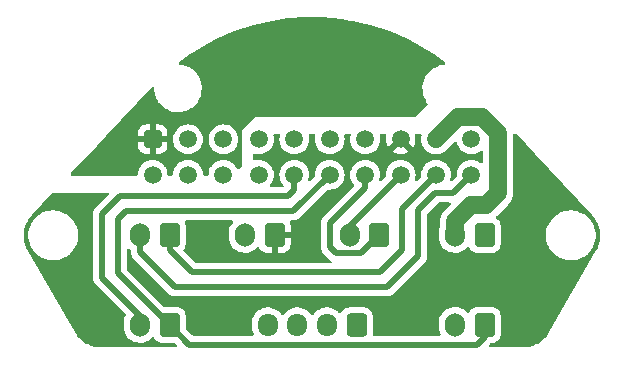
<source format=gbr>
G04 #@! TF.GenerationSoftware,KiCad,Pcbnew,(6.0.1)*
G04 #@! TF.CreationDate,2022-01-25T19:41:41+01:00*
G04 #@! TF.ProjectId,Toolhead_PCB,546f6f6c-6865-4616-945f-5043422e6b69,rev?*
G04 #@! TF.SameCoordinates,Original*
G04 #@! TF.FileFunction,Copper,L1,Top*
G04 #@! TF.FilePolarity,Positive*
%FSLAX46Y46*%
G04 Gerber Fmt 4.6, Leading zero omitted, Abs format (unit mm)*
G04 Created by KiCad (PCBNEW (6.0.1)) date 2022-01-25 19:41:41*
%MOMM*%
%LPD*%
G01*
G04 APERTURE LIST*
G04 Aperture macros list*
%AMRoundRect*
0 Rectangle with rounded corners*
0 $1 Rounding radius*
0 $2 $3 $4 $5 $6 $7 $8 $9 X,Y pos of 4 corners*
0 Add a 4 corners polygon primitive as box body*
4,1,4,$2,$3,$4,$5,$6,$7,$8,$9,$2,$3,0*
0 Add four circle primitives for the rounded corners*
1,1,$1+$1,$2,$3*
1,1,$1+$1,$4,$5*
1,1,$1+$1,$6,$7*
1,1,$1+$1,$8,$9*
0 Add four rect primitives between the rounded corners*
20,1,$1+$1,$2,$3,$4,$5,0*
20,1,$1+$1,$4,$5,$6,$7,0*
20,1,$1+$1,$6,$7,$8,$9,0*
20,1,$1+$1,$8,$9,$2,$3,0*%
G04 Aperture macros list end*
G04 #@! TA.AperFunction,ComponentPad*
%ADD10RoundRect,0.250001X-0.499999X-0.499999X0.499999X-0.499999X0.499999X0.499999X-0.499999X0.499999X0*%
G04 #@! TD*
G04 #@! TA.AperFunction,ComponentPad*
%ADD11C,1.500000*%
G04 #@! TD*
G04 #@! TA.AperFunction,ComponentPad*
%ADD12RoundRect,0.250000X0.600000X0.750000X-0.600000X0.750000X-0.600000X-0.750000X0.600000X-0.750000X0*%
G04 #@! TD*
G04 #@! TA.AperFunction,ComponentPad*
%ADD13O,1.700000X2.000000*%
G04 #@! TD*
G04 #@! TA.AperFunction,ComponentPad*
%ADD14RoundRect,0.250000X0.600000X0.725000X-0.600000X0.725000X-0.600000X-0.725000X0.600000X-0.725000X0*%
G04 #@! TD*
G04 #@! TA.AperFunction,ComponentPad*
%ADD15O,1.700000X1.950000*%
G04 #@! TD*
G04 #@! TA.AperFunction,ViaPad*
%ADD16C,0.600000*%
G04 #@! TD*
G04 #@! TA.AperFunction,Conductor*
%ADD17C,0.500000*%
G04 #@! TD*
G04 #@! TA.AperFunction,Conductor*
%ADD18C,1.500000*%
G04 #@! TD*
G04 APERTURE END LIST*
D10*
X86500000Y-91872000D03*
D11*
X89500000Y-91872000D03*
X92500000Y-91872000D03*
X95500000Y-91872000D03*
X98500000Y-91872000D03*
X101500000Y-91872000D03*
X104500000Y-91872000D03*
X107500000Y-91872000D03*
X110500000Y-91872000D03*
X113500000Y-91872000D03*
X86500000Y-94872000D03*
X89500000Y-94872000D03*
X92500000Y-94872000D03*
X95500000Y-94872000D03*
X98500000Y-94872000D03*
X101500000Y-94872000D03*
X104500000Y-94872000D03*
X107500000Y-94872000D03*
X110500000Y-94872000D03*
X113500000Y-94872000D03*
D12*
X96825000Y-99966000D03*
D13*
X94325000Y-99966000D03*
D12*
X114605000Y-99966000D03*
D13*
X112105000Y-99966000D03*
D12*
X105675000Y-99966000D03*
D13*
X103175000Y-99966000D03*
D12*
X87935000Y-99966000D03*
D13*
X85435000Y-99966000D03*
D12*
X87935000Y-107586000D03*
D13*
X85435000Y-107586000D03*
D14*
X103770000Y-107586000D03*
D15*
X101270000Y-107586000D03*
X98770000Y-107586000D03*
X96270000Y-107586000D03*
D12*
X114605000Y-107586000D03*
D13*
X112105000Y-107586000D03*
D16*
X93000000Y-107500000D03*
X107000000Y-107500000D03*
X90985974Y-107496687D03*
X120447000Y-104538000D03*
X109000000Y-107500000D03*
X117780000Y-94251000D03*
X79807000Y-104792000D03*
X119685000Y-95648000D03*
X101778000Y-85522000D03*
X100000000Y-85522000D03*
X91491000Y-84633000D03*
X108636000Y-87427000D03*
X95682000Y-85014000D03*
X101524000Y-81839000D03*
X109500000Y-85500000D03*
X96444000Y-85014000D03*
X100889000Y-85522000D03*
X94920000Y-85014000D03*
X108636000Y-88824000D03*
X100000000Y-81839000D03*
X90500000Y-85500000D03*
X103937000Y-88062000D03*
X104572000Y-87427000D03*
X105588000Y-83617000D03*
X108636000Y-84633000D03*
X94158000Y-85014000D03*
X105588000Y-87427000D03*
X98476000Y-81839000D03*
X103937000Y-82982000D03*
X104572000Y-83617000D03*
D17*
X103175000Y-99966000D02*
X103175000Y-99197000D01*
X103175000Y-99197000D02*
X107500000Y-94872000D01*
X101524000Y-101016000D02*
X102032000Y-101524000D01*
X104117000Y-101524000D02*
X105675000Y-99966000D01*
X101524000Y-98984000D02*
X101524000Y-101016000D01*
X104500000Y-96008000D02*
X101524000Y-98984000D01*
X104500000Y-96008000D02*
X104500000Y-94872000D01*
X102032000Y-101524000D02*
X104117000Y-101524000D01*
X113940520Y-109250480D02*
X114605000Y-108586000D01*
X83555010Y-98630990D02*
X84218000Y-97968000D01*
X84218000Y-97968000D02*
X98404000Y-97968000D01*
X87935000Y-107586000D02*
X89599480Y-109250480D01*
X114605000Y-108586000D02*
X114605000Y-107586000D01*
X87935000Y-107586000D02*
X83555010Y-103206010D01*
X83555010Y-103206010D02*
X83555010Y-98630990D01*
X89599480Y-109250480D02*
X113940520Y-109250480D01*
X98404000Y-97968000D02*
X101500000Y-94872000D01*
X83744000Y-96698000D02*
X97968000Y-96698000D01*
X82220000Y-98222000D02*
X83744000Y-96698000D01*
X97968000Y-96698000D02*
X98500000Y-96166000D01*
X85435000Y-106796400D02*
X82220000Y-103581400D01*
X85435000Y-107586000D02*
X85435000Y-106796400D01*
X82220000Y-103581400D02*
X82220000Y-98222000D01*
X98500000Y-96166000D02*
X98500000Y-94872000D01*
X85435000Y-99966000D02*
X85435000Y-101437000D01*
X111928000Y-96444000D02*
X113500000Y-94872000D01*
X109000000Y-101761000D02*
X109000000Y-97858000D01*
X88409000Y-104411000D02*
X106350000Y-104411000D01*
X85435000Y-101437000D02*
X88409000Y-104411000D01*
X109000000Y-97858000D02*
X110414000Y-96444000D01*
X110414000Y-96444000D02*
X111928000Y-96444000D01*
X106350000Y-104411000D02*
X109000000Y-101761000D01*
X105715000Y-103141000D02*
X107620000Y-101236000D01*
X107620000Y-97752000D02*
X110500000Y-94872000D01*
X87935000Y-101236000D02*
X89840000Y-103141000D01*
X87935000Y-99966000D02*
X87935000Y-101236000D01*
X107620000Y-101236000D02*
X107620000Y-97752000D01*
X89840000Y-103141000D02*
X105715000Y-103141000D01*
D18*
X114732000Y-97460000D02*
X115748000Y-96444000D01*
X112105000Y-98817000D02*
X113462000Y-97460000D01*
X112105000Y-99966000D02*
X112105000Y-98817000D01*
X115748000Y-96444000D02*
X115748000Y-91364000D01*
X113462000Y-97460000D02*
X114732000Y-97460000D01*
X115748000Y-91364000D02*
X114384000Y-90000000D01*
X114384000Y-90000000D02*
X112372000Y-90000000D01*
X112372000Y-90000000D02*
X110500000Y-91872000D01*
G04 #@! TA.AperFunction,Conductor*
G36*
X82756250Y-96397002D02*
G01*
X82802743Y-96450658D01*
X82812847Y-96520932D01*
X82783353Y-96585512D01*
X82777224Y-96592095D01*
X81731089Y-97638230D01*
X81716677Y-97650616D01*
X81705082Y-97659149D01*
X81705077Y-97659154D01*
X81699182Y-97663492D01*
X81694443Y-97669070D01*
X81694440Y-97669073D01*
X81664965Y-97703768D01*
X81658035Y-97711284D01*
X81652340Y-97716979D01*
X81650060Y-97719861D01*
X81634719Y-97739251D01*
X81631928Y-97742655D01*
X81614456Y-97763221D01*
X81584667Y-97798285D01*
X81581339Y-97804801D01*
X81577972Y-97809850D01*
X81574805Y-97814979D01*
X81570266Y-97820716D01*
X81539345Y-97886875D01*
X81537442Y-97890769D01*
X81504231Y-97955808D01*
X81502492Y-97962916D01*
X81500393Y-97968559D01*
X81498476Y-97974322D01*
X81495378Y-97980950D01*
X81493888Y-97988112D01*
X81493888Y-97988113D01*
X81480514Y-98052412D01*
X81479544Y-98056696D01*
X81462192Y-98127610D01*
X81461500Y-98138764D01*
X81461464Y-98138762D01*
X81461225Y-98142755D01*
X81460851Y-98146947D01*
X81459360Y-98154115D01*
X81460392Y-98192250D01*
X81461454Y-98231521D01*
X81461500Y-98234928D01*
X81461500Y-103514330D01*
X81460067Y-103533280D01*
X81456801Y-103554749D01*
X81457394Y-103562041D01*
X81457394Y-103562044D01*
X81461085Y-103607418D01*
X81461500Y-103617633D01*
X81461500Y-103625693D01*
X81461925Y-103629337D01*
X81464789Y-103653907D01*
X81465222Y-103658282D01*
X81471140Y-103731037D01*
X81473396Y-103738001D01*
X81474587Y-103743960D01*
X81475971Y-103749815D01*
X81476818Y-103757081D01*
X81501735Y-103825727D01*
X81503152Y-103829855D01*
X81525649Y-103899299D01*
X81529445Y-103905554D01*
X81531951Y-103911028D01*
X81534670Y-103916458D01*
X81537167Y-103923337D01*
X81541180Y-103929457D01*
X81541180Y-103929458D01*
X81577186Y-103984376D01*
X81579523Y-103988080D01*
X81617405Y-104050507D01*
X81621121Y-104054715D01*
X81621122Y-104054716D01*
X81624803Y-104058884D01*
X81624776Y-104058908D01*
X81627429Y-104061900D01*
X81630132Y-104065133D01*
X81634144Y-104071252D01*
X81639456Y-104076284D01*
X81690383Y-104124528D01*
X81692825Y-104126906D01*
X84213805Y-106647886D01*
X84247831Y-106710198D01*
X84242766Y-106781013D01*
X84234212Y-106799312D01*
X84197325Y-106864114D01*
X84118663Y-107080825D01*
X84117714Y-107086074D01*
X84117713Y-107086077D01*
X84078377Y-107303608D01*
X84078376Y-107303615D01*
X84077639Y-107307692D01*
X84077444Y-107311837D01*
X84076653Y-107328608D01*
X84076500Y-107331844D01*
X84076500Y-107793890D01*
X84076725Y-107796539D01*
X84089397Y-107945881D01*
X84091080Y-107965720D01*
X84092418Y-107970875D01*
X84092419Y-107970881D01*
X84142510Y-108163872D01*
X84148999Y-108188872D01*
X84151191Y-108193738D01*
X84151192Y-108193741D01*
X84187915Y-108275263D01*
X84243688Y-108399075D01*
X84372441Y-108590319D01*
X84376120Y-108594176D01*
X84376122Y-108594178D01*
X84437710Y-108658738D01*
X84531576Y-108757135D01*
X84716542Y-108894754D01*
X84721293Y-108897170D01*
X84721297Y-108897172D01*
X84734615Y-108903943D01*
X84922051Y-108999240D01*
X84927145Y-109000822D01*
X84927148Y-109000823D01*
X85127020Y-109062885D01*
X85142227Y-109067607D01*
X85147516Y-109068308D01*
X85365489Y-109097198D01*
X85365494Y-109097198D01*
X85370774Y-109097898D01*
X85376103Y-109097698D01*
X85376105Y-109097698D01*
X85485966Y-109093574D01*
X85601158Y-109089249D01*
X85623802Y-109084498D01*
X85821572Y-109043002D01*
X85826791Y-109041907D01*
X85831750Y-109039949D01*
X85831752Y-109039948D01*
X86036256Y-108959185D01*
X86036258Y-108959184D01*
X86041221Y-108957224D01*
X86077343Y-108935305D01*
X86233757Y-108840390D01*
X86233756Y-108840390D01*
X86238317Y-108837623D01*
X86319740Y-108766968D01*
X86408412Y-108690023D01*
X86408414Y-108690021D01*
X86412445Y-108686523D01*
X86441670Y-108650880D01*
X86500329Y-108610886D01*
X86571299Y-108608954D01*
X86632048Y-108645698D01*
X86646248Y-108664468D01*
X86709942Y-108767395D01*
X86736522Y-108810348D01*
X86861697Y-108935305D01*
X86867927Y-108939145D01*
X86867928Y-108939146D01*
X87005090Y-109023694D01*
X87012262Y-109028115D01*
X87039493Y-109037147D01*
X87173611Y-109081632D01*
X87173613Y-109081632D01*
X87180139Y-109083797D01*
X87186975Y-109084497D01*
X87186978Y-109084498D01*
X87222663Y-109088154D01*
X87284600Y-109094500D01*
X88318629Y-109094500D01*
X88386750Y-109114502D01*
X88407724Y-109131405D01*
X88553224Y-109276905D01*
X88587250Y-109339217D01*
X88582185Y-109410032D01*
X88539638Y-109466868D01*
X88473118Y-109491679D01*
X88464129Y-109492000D01*
X82170780Y-109492000D01*
X82151395Y-109490500D01*
X82136594Y-109488195D01*
X82136591Y-109488195D01*
X82127722Y-109486814D01*
X82110140Y-109489113D01*
X82086485Y-109489964D01*
X81839472Y-109475577D01*
X81824925Y-109473876D01*
X81743968Y-109459601D01*
X81553984Y-109426102D01*
X81539727Y-109422723D01*
X81385345Y-109376504D01*
X81276161Y-109343817D01*
X81262399Y-109338807D01*
X81009783Y-109229839D01*
X80996690Y-109223263D01*
X80892357Y-109163026D01*
X80758435Y-109085707D01*
X80746194Y-109077656D01*
X80699645Y-109043002D01*
X80525499Y-108913355D01*
X80514299Y-108903957D01*
X80314169Y-108715144D01*
X80304122Y-108704495D01*
X80127275Y-108493736D01*
X80118526Y-108481983D01*
X79986560Y-108281339D01*
X79974321Y-108257570D01*
X79970943Y-108248837D01*
X79951609Y-108223595D01*
X79942519Y-108209978D01*
X79120154Y-106785600D01*
X75946477Y-101288630D01*
X75938085Y-101271095D01*
X75932716Y-101257217D01*
X75932715Y-101257215D01*
X75929476Y-101248843D01*
X75918679Y-101234747D01*
X75906120Y-101214699D01*
X75795405Y-100994343D01*
X75789617Y-100980936D01*
X75787529Y-100975208D01*
X75695663Y-100723209D01*
X75691465Y-100709222D01*
X75627975Y-100442346D01*
X75625424Y-100427967D01*
X75615085Y-100340409D01*
X75593253Y-100155537D01*
X75592384Y-100140952D01*
X75592371Y-100132703D01*
X75970743Y-100132703D01*
X76008268Y-100417734D01*
X76084129Y-100695036D01*
X76085813Y-100698984D01*
X76192425Y-100948930D01*
X76196923Y-100959476D01*
X76257261Y-101060293D01*
X76340008Y-101198553D01*
X76344561Y-101206161D01*
X76524313Y-101430528D01*
X76732851Y-101628423D01*
X76879877Y-101734072D01*
X76951715Y-101785693D01*
X76966317Y-101796186D01*
X76970112Y-101798195D01*
X76970113Y-101798196D01*
X76991869Y-101809715D01*
X77220392Y-101930712D01*
X77490373Y-102029511D01*
X77771264Y-102090755D01*
X77799841Y-102093004D01*
X77994282Y-102108307D01*
X77994291Y-102108307D01*
X77996739Y-102108500D01*
X78152271Y-102108500D01*
X78154407Y-102108354D01*
X78154418Y-102108354D01*
X78362548Y-102094165D01*
X78362554Y-102094164D01*
X78366825Y-102093873D01*
X78371020Y-102093004D01*
X78371022Y-102093004D01*
X78573007Y-102051175D01*
X78648342Y-102035574D01*
X78919343Y-101939607D01*
X79082511Y-101855390D01*
X79171005Y-101809715D01*
X79171006Y-101809715D01*
X79174812Y-101807750D01*
X79178313Y-101805289D01*
X79178317Y-101805287D01*
X79327684Y-101700310D01*
X79410023Y-101642441D01*
X79488403Y-101569606D01*
X79617479Y-101449661D01*
X79617481Y-101449658D01*
X79620622Y-101446740D01*
X79802713Y-101224268D01*
X79945730Y-100990886D01*
X79950686Y-100982799D01*
X79952927Y-100979142D01*
X80068483Y-100715898D01*
X80076463Y-100687886D01*
X80146068Y-100443534D01*
X80147244Y-100439406D01*
X80185032Y-100173890D01*
X80187146Y-100159036D01*
X80187146Y-100159034D01*
X80187751Y-100154784D01*
X80187786Y-100148273D01*
X80189235Y-99871583D01*
X80189235Y-99871576D01*
X80189257Y-99867297D01*
X80151732Y-99582266D01*
X80075871Y-99304964D01*
X80015041Y-99162350D01*
X79964763Y-99044476D01*
X79964761Y-99044472D01*
X79963077Y-99040524D01*
X79876111Y-98895215D01*
X79817643Y-98797521D01*
X79817640Y-98797517D01*
X79815439Y-98793839D01*
X79635687Y-98569472D01*
X79457343Y-98400230D01*
X79430258Y-98374527D01*
X79430255Y-98374525D01*
X79427149Y-98371577D01*
X79193683Y-98203814D01*
X79171843Y-98192250D01*
X79130822Y-98170531D01*
X78939608Y-98069288D01*
X78717787Y-97988113D01*
X78673658Y-97971964D01*
X78673656Y-97971963D01*
X78669627Y-97970489D01*
X78388736Y-97909245D01*
X78357685Y-97906801D01*
X78165718Y-97891693D01*
X78165709Y-97891693D01*
X78163261Y-97891500D01*
X78007729Y-97891500D01*
X78005593Y-97891646D01*
X78005582Y-97891646D01*
X77797452Y-97905835D01*
X77797446Y-97905836D01*
X77793175Y-97906127D01*
X77788980Y-97906996D01*
X77788978Y-97906996D01*
X77652416Y-97935277D01*
X77511658Y-97964426D01*
X77240657Y-98060393D01*
X77236848Y-98062359D01*
X77088816Y-98138764D01*
X76985188Y-98192250D01*
X76981687Y-98194711D01*
X76981683Y-98194713D01*
X76905078Y-98248552D01*
X76749977Y-98357559D01*
X76721693Y-98383842D01*
X76565583Y-98528909D01*
X76539378Y-98553260D01*
X76357287Y-98775732D01*
X76207073Y-99020858D01*
X76205347Y-99024791D01*
X76205346Y-99024792D01*
X76176553Y-99090384D01*
X76091517Y-99284102D01*
X76012756Y-99560594D01*
X75972249Y-99845216D01*
X75972227Y-99849505D01*
X75972226Y-99849512D01*
X75970835Y-100115047D01*
X75970743Y-100132703D01*
X75592371Y-100132703D01*
X75591965Y-99866636D01*
X75592790Y-99852050D01*
X75602239Y-99769879D01*
X75624129Y-99579522D01*
X75626636Y-99565135D01*
X75628671Y-99556466D01*
X75683620Y-99322316D01*
X75689308Y-99298078D01*
X75693465Y-99284072D01*
X75786632Y-99026059D01*
X75792382Y-99012628D01*
X75848160Y-98900762D01*
X75914791Y-98767129D01*
X75922048Y-98754470D01*
X76072059Y-98524783D01*
X76080737Y-98513043D01*
X76233926Y-98329155D01*
X76253100Y-98310562D01*
X76253430Y-98310304D01*
X76253432Y-98310302D01*
X76260502Y-98304772D01*
X76267072Y-98295619D01*
X76279041Y-98278945D01*
X76289430Y-98266295D01*
X78021282Y-96416876D01*
X78082445Y-96380825D01*
X78113253Y-96377000D01*
X82688129Y-96377000D01*
X82756250Y-96397002D01*
G37*
G04 #@! TD.AperFunction*
G04 #@! TA.AperFunction,Conductor*
G36*
X117225502Y-91399216D02*
G01*
X117293605Y-91419274D01*
X117317368Y-91439091D01*
X118883250Y-93111272D01*
X123705278Y-98260642D01*
X123717433Y-98275817D01*
X123725870Y-98288200D01*
X123725874Y-98288204D01*
X123730926Y-98295619D01*
X123744641Y-98306896D01*
X123761425Y-98323573D01*
X123919263Y-98513043D01*
X123927936Y-98524775D01*
X124077952Y-98754470D01*
X124085209Y-98767129D01*
X124151840Y-98900762D01*
X124207618Y-99012628D01*
X124213368Y-99026059D01*
X124306535Y-99284072D01*
X124310692Y-99298078D01*
X124316380Y-99322316D01*
X124371330Y-99556466D01*
X124373364Y-99565135D01*
X124375871Y-99579522D01*
X124397761Y-99769879D01*
X124407210Y-99852050D01*
X124408035Y-99866636D01*
X124407616Y-100140952D01*
X124406747Y-100155537D01*
X124384916Y-100340409D01*
X124374576Y-100427967D01*
X124372025Y-100442346D01*
X124308535Y-100709222D01*
X124304337Y-100723209D01*
X124250035Y-100872166D01*
X124210383Y-100980935D01*
X124204592Y-100994348D01*
X124185887Y-101031576D01*
X124103673Y-101195208D01*
X124097145Y-101208200D01*
X124082684Y-101230670D01*
X124076794Y-101237983D01*
X124064645Y-101267241D01*
X124057405Y-101281906D01*
X120061348Y-108203281D01*
X120050362Y-108219311D01*
X120035327Y-108237977D01*
X120028527Y-108254352D01*
X120017436Y-108275263D01*
X119991807Y-108314230D01*
X119899173Y-108455075D01*
X119881471Y-108481989D01*
X119872723Y-108493739D01*
X119740102Y-108651791D01*
X119695878Y-108704495D01*
X119685831Y-108715144D01*
X119485701Y-108903957D01*
X119474501Y-108913355D01*
X119300355Y-109043002D01*
X119253806Y-109077656D01*
X119241565Y-109085707D01*
X119107644Y-109163026D01*
X119003310Y-109223263D01*
X118990217Y-109229839D01*
X118737601Y-109338807D01*
X118723839Y-109343817D01*
X118614655Y-109376504D01*
X118460273Y-109422723D01*
X118446016Y-109426102D01*
X118310547Y-109449989D01*
X118175073Y-109473877D01*
X118160528Y-109475576D01*
X118055518Y-109481692D01*
X117920772Y-109489540D01*
X117894068Y-109488254D01*
X117893994Y-109488243D01*
X117893691Y-109488195D01*
X117893688Y-109488195D01*
X117884818Y-109486814D01*
X117875916Y-109487978D01*
X117875913Y-109487978D01*
X117853297Y-109490936D01*
X117836959Y-109492000D01*
X115075871Y-109492000D01*
X115007750Y-109471998D01*
X114961257Y-109418342D01*
X114951153Y-109348068D01*
X114980647Y-109283488D01*
X114986776Y-109276905D01*
X115093911Y-109169770D01*
X115108323Y-109157384D01*
X115119918Y-109148851D01*
X115119923Y-109148846D01*
X115125818Y-109144508D01*
X115130557Y-109138929D01*
X115130561Y-109138926D01*
X115130569Y-109138916D01*
X115130576Y-109138911D01*
X115135908Y-109133939D01*
X115136760Y-109134852D01*
X115189920Y-109099954D01*
X115226590Y-109094500D01*
X115255400Y-109094500D01*
X115258646Y-109094163D01*
X115258650Y-109094163D01*
X115354308Y-109084238D01*
X115354312Y-109084237D01*
X115361166Y-109083526D01*
X115367702Y-109081345D01*
X115367704Y-109081345D01*
X115500180Y-109037147D01*
X115528946Y-109027550D01*
X115679348Y-108934478D01*
X115804305Y-108809303D01*
X115836462Y-108757135D01*
X115893275Y-108664968D01*
X115893276Y-108664966D01*
X115897115Y-108658738D01*
X115952797Y-108490861D01*
X115953578Y-108483245D01*
X115962201Y-108399075D01*
X115963500Y-108386400D01*
X115963500Y-106785600D01*
X115957553Y-106728284D01*
X115953238Y-106686692D01*
X115953237Y-106686688D01*
X115952526Y-106679834D01*
X115948710Y-106668394D01*
X115898868Y-106519002D01*
X115896550Y-106512054D01*
X115803478Y-106361652D01*
X115678303Y-106236695D01*
X115672072Y-106232854D01*
X115533968Y-106147725D01*
X115533966Y-106147724D01*
X115527738Y-106143885D01*
X115418194Y-106107551D01*
X115366389Y-106090368D01*
X115366387Y-106090368D01*
X115359861Y-106088203D01*
X115353025Y-106087503D01*
X115353022Y-106087502D01*
X115309969Y-106083091D01*
X115255400Y-106077500D01*
X113954600Y-106077500D01*
X113951354Y-106077837D01*
X113951350Y-106077837D01*
X113855692Y-106087762D01*
X113855688Y-106087763D01*
X113848834Y-106088474D01*
X113842298Y-106090655D01*
X113842296Y-106090655D01*
X113776034Y-106112762D01*
X113681054Y-106144450D01*
X113530652Y-106237522D01*
X113405695Y-106362697D01*
X113401855Y-106368927D01*
X113401854Y-106368928D01*
X113393478Y-106382517D01*
X113316760Y-106506977D01*
X113315920Y-106508339D01*
X113263148Y-106555832D01*
X113193076Y-106567256D01*
X113127952Y-106538982D01*
X113117490Y-106529195D01*
X113012103Y-106418722D01*
X113008424Y-106414865D01*
X112970505Y-106386652D01*
X112827740Y-106280432D01*
X112827741Y-106280432D01*
X112823458Y-106277246D01*
X112818707Y-106274830D01*
X112818703Y-106274828D01*
X112667120Y-106197760D01*
X112617949Y-106172760D01*
X112612855Y-106171178D01*
X112612852Y-106171177D01*
X112402871Y-106105976D01*
X112397773Y-106104393D01*
X112363134Y-106099802D01*
X112174511Y-106074802D01*
X112174506Y-106074802D01*
X112169226Y-106074102D01*
X112163897Y-106074302D01*
X112163895Y-106074302D01*
X112054034Y-106078426D01*
X111938842Y-106082751D01*
X111933623Y-106083846D01*
X111911566Y-106088474D01*
X111713209Y-106130093D01*
X111708250Y-106132051D01*
X111708248Y-106132052D01*
X111503744Y-106212815D01*
X111503742Y-106212816D01*
X111498779Y-106214776D01*
X111494220Y-106217543D01*
X111494217Y-106217544D01*
X111395832Y-106277246D01*
X111301683Y-106334377D01*
X111297653Y-106337874D01*
X111175674Y-106443722D01*
X111127555Y-106485477D01*
X111109926Y-106506977D01*
X110984760Y-106659627D01*
X110984756Y-106659633D01*
X110981376Y-106663755D01*
X110978737Y-106668391D01*
X110978735Y-106668394D01*
X110951739Y-106715820D01*
X110867325Y-106864114D01*
X110788663Y-107080825D01*
X110787714Y-107086074D01*
X110787713Y-107086077D01*
X110748377Y-107303608D01*
X110748376Y-107303615D01*
X110747639Y-107307692D01*
X110747444Y-107311837D01*
X110746653Y-107328608D01*
X110746500Y-107331844D01*
X110746500Y-107793890D01*
X110746725Y-107796539D01*
X110759397Y-107945881D01*
X110761080Y-107965720D01*
X110762418Y-107970875D01*
X110762419Y-107970881D01*
X110812510Y-108163872D01*
X110818999Y-108188872D01*
X110821191Y-108193738D01*
X110821192Y-108193741D01*
X110875468Y-108314230D01*
X110885209Y-108384555D01*
X110855383Y-108448983D01*
X110795460Y-108487058D01*
X110760586Y-108491980D01*
X105254266Y-108491980D01*
X105186145Y-108471978D01*
X105139652Y-108418322D01*
X105128783Y-108361400D01*
X105128500Y-108361400D01*
X105128500Y-106810600D01*
X105125430Y-106781013D01*
X105118238Y-106711692D01*
X105118237Y-106711688D01*
X105117526Y-106704834D01*
X105113710Y-106693394D01*
X105063868Y-106544002D01*
X105061550Y-106537054D01*
X104968478Y-106386652D01*
X104843303Y-106261695D01*
X104812494Y-106242704D01*
X104698968Y-106172725D01*
X104698966Y-106172724D01*
X104692738Y-106168885D01*
X104610419Y-106141581D01*
X104531389Y-106115368D01*
X104531387Y-106115368D01*
X104524861Y-106113203D01*
X104518025Y-106112503D01*
X104518022Y-106112502D01*
X104474969Y-106108091D01*
X104420400Y-106102500D01*
X103119600Y-106102500D01*
X103116354Y-106102837D01*
X103116350Y-106102837D01*
X103020692Y-106112762D01*
X103020688Y-106112763D01*
X103013834Y-106113474D01*
X103007298Y-106115655D01*
X103007296Y-106115655D01*
X102909430Y-106148306D01*
X102846054Y-106169450D01*
X102695652Y-106262522D01*
X102570695Y-106387697D01*
X102493296Y-106513262D01*
X102480920Y-106533339D01*
X102428148Y-106580832D01*
X102358076Y-106592256D01*
X102292952Y-106563982D01*
X102282490Y-106554195D01*
X102236346Y-106505824D01*
X102173424Y-106439865D01*
X101988458Y-106302246D01*
X101983707Y-106299830D01*
X101983703Y-106299828D01*
X101861155Y-106237522D01*
X101782949Y-106197760D01*
X101777855Y-106196178D01*
X101777852Y-106196177D01*
X101567871Y-106130976D01*
X101562773Y-106129393D01*
X101557484Y-106128692D01*
X101339511Y-106099802D01*
X101339506Y-106099802D01*
X101334226Y-106099102D01*
X101328897Y-106099302D01*
X101328895Y-106099302D01*
X101219034Y-106103426D01*
X101103842Y-106107751D01*
X101098623Y-106108846D01*
X101076566Y-106113474D01*
X100878209Y-106155093D01*
X100873250Y-106157051D01*
X100873248Y-106157052D01*
X100668744Y-106237815D01*
X100668742Y-106237816D01*
X100663779Y-106239776D01*
X100659220Y-106242543D01*
X100659217Y-106242544D01*
X100560832Y-106302246D01*
X100466683Y-106359377D01*
X100462653Y-106362874D01*
X100369484Y-106443722D01*
X100292555Y-106510477D01*
X100273809Y-106533339D01*
X100149760Y-106684627D01*
X100149756Y-106684633D01*
X100146376Y-106688755D01*
X100128448Y-106720250D01*
X100077368Y-106769555D01*
X100007738Y-106783417D01*
X99941667Y-106757434D01*
X99914427Y-106728284D01*
X99887814Y-106688755D01*
X99832559Y-106606681D01*
X99673424Y-106439865D01*
X99488458Y-106302246D01*
X99483707Y-106299830D01*
X99483703Y-106299828D01*
X99361155Y-106237522D01*
X99282949Y-106197760D01*
X99277855Y-106196178D01*
X99277852Y-106196177D01*
X99067871Y-106130976D01*
X99062773Y-106129393D01*
X99057484Y-106128692D01*
X98839511Y-106099802D01*
X98839506Y-106099802D01*
X98834226Y-106099102D01*
X98828897Y-106099302D01*
X98828895Y-106099302D01*
X98719034Y-106103426D01*
X98603842Y-106107751D01*
X98598623Y-106108846D01*
X98576566Y-106113474D01*
X98378209Y-106155093D01*
X98373250Y-106157051D01*
X98373248Y-106157052D01*
X98168744Y-106237815D01*
X98168742Y-106237816D01*
X98163779Y-106239776D01*
X98159220Y-106242543D01*
X98159217Y-106242544D01*
X98060832Y-106302246D01*
X97966683Y-106359377D01*
X97962653Y-106362874D01*
X97869484Y-106443722D01*
X97792555Y-106510477D01*
X97773809Y-106533339D01*
X97649760Y-106684627D01*
X97649756Y-106684633D01*
X97646376Y-106688755D01*
X97628448Y-106720250D01*
X97577368Y-106769555D01*
X97507738Y-106783417D01*
X97441667Y-106757434D01*
X97414427Y-106728284D01*
X97387814Y-106688755D01*
X97332559Y-106606681D01*
X97173424Y-106439865D01*
X96988458Y-106302246D01*
X96983707Y-106299830D01*
X96983703Y-106299828D01*
X96861155Y-106237522D01*
X96782949Y-106197760D01*
X96777855Y-106196178D01*
X96777852Y-106196177D01*
X96567871Y-106130976D01*
X96562773Y-106129393D01*
X96557484Y-106128692D01*
X96339511Y-106099802D01*
X96339506Y-106099802D01*
X96334226Y-106099102D01*
X96328897Y-106099302D01*
X96328895Y-106099302D01*
X96219034Y-106103426D01*
X96103842Y-106107751D01*
X96098623Y-106108846D01*
X96076566Y-106113474D01*
X95878209Y-106155093D01*
X95873250Y-106157051D01*
X95873248Y-106157052D01*
X95668744Y-106237815D01*
X95668742Y-106237816D01*
X95663779Y-106239776D01*
X95659220Y-106242543D01*
X95659217Y-106242544D01*
X95560832Y-106302246D01*
X95466683Y-106359377D01*
X95462653Y-106362874D01*
X95369484Y-106443722D01*
X95292555Y-106510477D01*
X95273809Y-106533339D01*
X95149760Y-106684627D01*
X95149756Y-106684633D01*
X95146376Y-106688755D01*
X95143738Y-106693390D01*
X95143735Y-106693394D01*
X95089389Y-106788866D01*
X95032325Y-106889114D01*
X94953663Y-107105825D01*
X94952714Y-107111074D01*
X94952713Y-107111077D01*
X94913377Y-107328608D01*
X94913376Y-107328615D01*
X94912639Y-107332692D01*
X94911500Y-107356844D01*
X94911500Y-107768890D01*
X94926080Y-107940720D01*
X94927418Y-107945875D01*
X94927419Y-107945881D01*
X94933908Y-107970881D01*
X94983999Y-108163872D01*
X94986191Y-108168738D01*
X94986192Y-108168741D01*
X95051730Y-108314230D01*
X95061471Y-108384555D01*
X95031646Y-108448983D01*
X94971722Y-108487058D01*
X94936848Y-108491980D01*
X89965851Y-108491980D01*
X89897730Y-108471978D01*
X89876756Y-108455075D01*
X89330405Y-107908724D01*
X89296379Y-107846412D01*
X89293500Y-107819629D01*
X89293500Y-106785600D01*
X89287553Y-106728284D01*
X89283238Y-106686692D01*
X89283237Y-106686688D01*
X89282526Y-106679834D01*
X89278710Y-106668394D01*
X89228868Y-106519002D01*
X89226550Y-106512054D01*
X89133478Y-106361652D01*
X89008303Y-106236695D01*
X89002072Y-106232854D01*
X88863968Y-106147725D01*
X88863966Y-106147724D01*
X88857738Y-106143885D01*
X88748194Y-106107551D01*
X88696389Y-106090368D01*
X88696387Y-106090368D01*
X88689861Y-106088203D01*
X88683025Y-106087503D01*
X88683022Y-106087502D01*
X88639969Y-106083091D01*
X88585400Y-106077500D01*
X87551371Y-106077500D01*
X87483250Y-106057498D01*
X87462276Y-106040595D01*
X84350415Y-102928734D01*
X84316389Y-102866422D01*
X84313510Y-102839639D01*
X84313510Y-101223168D01*
X84333512Y-101155047D01*
X84387168Y-101108554D01*
X84457442Y-101098450D01*
X84522022Y-101127944D01*
X84524024Y-101129852D01*
X84527897Y-101133279D01*
X84531576Y-101137135D01*
X84614125Y-101198553D01*
X84625713Y-101207175D01*
X84668426Y-101263885D01*
X84676500Y-101308264D01*
X84676500Y-101369930D01*
X84675067Y-101388880D01*
X84671801Y-101410349D01*
X84672394Y-101417641D01*
X84672394Y-101417644D01*
X84676085Y-101463018D01*
X84676500Y-101473233D01*
X84676500Y-101481293D01*
X84676925Y-101484937D01*
X84679789Y-101509507D01*
X84680222Y-101513882D01*
X84684409Y-101565352D01*
X84686140Y-101586637D01*
X84688396Y-101593601D01*
X84689587Y-101599560D01*
X84690971Y-101605415D01*
X84691818Y-101612681D01*
X84716735Y-101681327D01*
X84718152Y-101685455D01*
X84738001Y-101746724D01*
X84740649Y-101754899D01*
X84744445Y-101761154D01*
X84746951Y-101766628D01*
X84749670Y-101772058D01*
X84752167Y-101778937D01*
X84756180Y-101785057D01*
X84756180Y-101785058D01*
X84792186Y-101839976D01*
X84794523Y-101843680D01*
X84832405Y-101906107D01*
X84836121Y-101910315D01*
X84836122Y-101910316D01*
X84839803Y-101914484D01*
X84839776Y-101914508D01*
X84842429Y-101917500D01*
X84845132Y-101920733D01*
X84849144Y-101926852D01*
X84864119Y-101941038D01*
X84905383Y-101980128D01*
X84907825Y-101982506D01*
X87825230Y-104899911D01*
X87837616Y-104914323D01*
X87846149Y-104925918D01*
X87846154Y-104925923D01*
X87850492Y-104931818D01*
X87856070Y-104936557D01*
X87856073Y-104936560D01*
X87890768Y-104966035D01*
X87898284Y-104972965D01*
X87903979Y-104978660D01*
X87906861Y-104980940D01*
X87926251Y-104996281D01*
X87929655Y-104999072D01*
X87979703Y-105041591D01*
X87985285Y-105046333D01*
X87991801Y-105049661D01*
X87996850Y-105053028D01*
X88001979Y-105056195D01*
X88007716Y-105060734D01*
X88073875Y-105091655D01*
X88077769Y-105093558D01*
X88142808Y-105126769D01*
X88149916Y-105128508D01*
X88155559Y-105130607D01*
X88161322Y-105132524D01*
X88167950Y-105135622D01*
X88175112Y-105137112D01*
X88175113Y-105137112D01*
X88239412Y-105150486D01*
X88243696Y-105151456D01*
X88314610Y-105168808D01*
X88320212Y-105169156D01*
X88320215Y-105169156D01*
X88325764Y-105169500D01*
X88325762Y-105169536D01*
X88329755Y-105169775D01*
X88333947Y-105170149D01*
X88341115Y-105171640D01*
X88418520Y-105169546D01*
X88421928Y-105169500D01*
X106282930Y-105169500D01*
X106301880Y-105170933D01*
X106316115Y-105173099D01*
X106316119Y-105173099D01*
X106323349Y-105174199D01*
X106330641Y-105173606D01*
X106330644Y-105173606D01*
X106376018Y-105169915D01*
X106386233Y-105169500D01*
X106394293Y-105169500D01*
X106411680Y-105167473D01*
X106422507Y-105166211D01*
X106426882Y-105165778D01*
X106492339Y-105160454D01*
X106492342Y-105160453D01*
X106499637Y-105159860D01*
X106506601Y-105157604D01*
X106512560Y-105156413D01*
X106518415Y-105155029D01*
X106525681Y-105154182D01*
X106594327Y-105129265D01*
X106598455Y-105127848D01*
X106660936Y-105107607D01*
X106660938Y-105107606D01*
X106667899Y-105105351D01*
X106674154Y-105101555D01*
X106679628Y-105099049D01*
X106685058Y-105096330D01*
X106691937Y-105093833D01*
X106698058Y-105089820D01*
X106752976Y-105053814D01*
X106756680Y-105051477D01*
X106819107Y-105013595D01*
X106827484Y-105006197D01*
X106827508Y-105006224D01*
X106830500Y-105003571D01*
X106833733Y-105000868D01*
X106839852Y-104996856D01*
X106893128Y-104940617D01*
X106895506Y-104938175D01*
X109488911Y-102344770D01*
X109503323Y-102332384D01*
X109514918Y-102323851D01*
X109514923Y-102323846D01*
X109520818Y-102319508D01*
X109525557Y-102313930D01*
X109525560Y-102313927D01*
X109555035Y-102279232D01*
X109561965Y-102271716D01*
X109567660Y-102266021D01*
X109585281Y-102243749D01*
X109588072Y-102240345D01*
X109630591Y-102190297D01*
X109630592Y-102190295D01*
X109635333Y-102184715D01*
X109638661Y-102178199D01*
X109642028Y-102173150D01*
X109645195Y-102168021D01*
X109649734Y-102162284D01*
X109680655Y-102096125D01*
X109682561Y-102092225D01*
X109684175Y-102089064D01*
X109715769Y-102027192D01*
X109717508Y-102020084D01*
X109719607Y-102014441D01*
X109721524Y-102008678D01*
X109724622Y-102002050D01*
X109739487Y-101930583D01*
X109740457Y-101926299D01*
X109756473Y-101860845D01*
X109757808Y-101855390D01*
X109758500Y-101844236D01*
X109758536Y-101844238D01*
X109758775Y-101840245D01*
X109759149Y-101836053D01*
X109760640Y-101828885D01*
X109758546Y-101751479D01*
X109758500Y-101748072D01*
X109758500Y-98224371D01*
X109778502Y-98156250D01*
X109795405Y-98135276D01*
X110691276Y-97239405D01*
X110753588Y-97205379D01*
X110780371Y-97202500D01*
X111635522Y-97202500D01*
X111703643Y-97222502D01*
X111750136Y-97276158D01*
X111760240Y-97346432D01*
X111730746Y-97411012D01*
X111724617Y-97417595D01*
X111279737Y-97862475D01*
X111267347Y-97873342D01*
X111249708Y-97886877D01*
X111229355Y-97909245D01*
X111194842Y-97947174D01*
X111190743Y-97951469D01*
X111174802Y-97967410D01*
X111173007Y-97969557D01*
X111173005Y-97969559D01*
X111158068Y-97987423D01*
X111154600Y-97991398D01*
X111102288Y-98048888D01*
X111102281Y-98048897D01*
X111098515Y-98053036D01*
X111095538Y-98057782D01*
X111095537Y-98057783D01*
X111088987Y-98068225D01*
X111078911Y-98082093D01*
X111071004Y-98091549D01*
X111070997Y-98091559D01*
X111067406Y-98095854D01*
X111039070Y-98145533D01*
X111026118Y-98168240D01*
X111023413Y-98172759D01*
X111011187Y-98192250D01*
X110991038Y-98224371D01*
X110979136Y-98243344D01*
X110977043Y-98248549D01*
X110977042Y-98248552D01*
X110972448Y-98259979D01*
X110964988Y-98275411D01*
X110958880Y-98286119D01*
X110958876Y-98286128D01*
X110956101Y-98290993D01*
X110954232Y-98296270D01*
X110954230Y-98296275D01*
X110928285Y-98369542D01*
X110926420Y-98374478D01*
X110895344Y-98451783D01*
X110894208Y-98457270D01*
X110894207Y-98457272D01*
X110891706Y-98469349D01*
X110887101Y-98485844D01*
X110881111Y-98502759D01*
X110869526Y-98573505D01*
X110867643Y-98585001D01*
X110866683Y-98590180D01*
X110849787Y-98671767D01*
X110849521Y-98676379D01*
X110849521Y-98676380D01*
X110848185Y-98699548D01*
X110846738Y-98712653D01*
X110845714Y-98718910D01*
X110844806Y-98724457D01*
X110844894Y-98730070D01*
X110844894Y-98730072D01*
X110846484Y-98831264D01*
X110846500Y-98833243D01*
X110846500Y-99279325D01*
X110838939Y-99322316D01*
X110788663Y-99460825D01*
X110787714Y-99466074D01*
X110787713Y-99466077D01*
X110748377Y-99683608D01*
X110748376Y-99683615D01*
X110747639Y-99687692D01*
X110746500Y-99711844D01*
X110746500Y-100173890D01*
X110761080Y-100345720D01*
X110762418Y-100350875D01*
X110762419Y-100350881D01*
X110817657Y-100563703D01*
X110818999Y-100568872D01*
X110913688Y-100779075D01*
X111042441Y-100970319D01*
X111046120Y-100974176D01*
X111046122Y-100974178D01*
X111107710Y-101038738D01*
X111201576Y-101137135D01*
X111205854Y-101140318D01*
X111228140Y-101156899D01*
X111386542Y-101274754D01*
X111391293Y-101277170D01*
X111391297Y-101277172D01*
X111441055Y-101302470D01*
X111592051Y-101379240D01*
X111597145Y-101380822D01*
X111597148Y-101380823D01*
X111746461Y-101427186D01*
X111812227Y-101447607D01*
X111817516Y-101448308D01*
X112035489Y-101477198D01*
X112035494Y-101477198D01*
X112040774Y-101477898D01*
X112046103Y-101477698D01*
X112046105Y-101477698D01*
X112165036Y-101473233D01*
X112271158Y-101469249D01*
X112276468Y-101468135D01*
X112491572Y-101423002D01*
X112496791Y-101421907D01*
X112501750Y-101419949D01*
X112501752Y-101419948D01*
X112706256Y-101339185D01*
X112706258Y-101339184D01*
X112711221Y-101337224D01*
X112716701Y-101333899D01*
X112886816Y-101230670D01*
X112908317Y-101217623D01*
X112930293Y-101198553D01*
X113078412Y-101070023D01*
X113078414Y-101070021D01*
X113082445Y-101066523D01*
X113111670Y-101030880D01*
X113170329Y-100990886D01*
X113241299Y-100988954D01*
X113302048Y-101025698D01*
X113316248Y-101044468D01*
X113354180Y-101105765D01*
X113406522Y-101190348D01*
X113531697Y-101315305D01*
X113537927Y-101319145D01*
X113537928Y-101319146D01*
X113675288Y-101403816D01*
X113682262Y-101408115D01*
X113762005Y-101434564D01*
X113843611Y-101461632D01*
X113843613Y-101461632D01*
X113850139Y-101463797D01*
X113856975Y-101464497D01*
X113856978Y-101464498D01*
X113892663Y-101468154D01*
X113954600Y-101474500D01*
X115255400Y-101474500D01*
X115258646Y-101474163D01*
X115258650Y-101474163D01*
X115354308Y-101464238D01*
X115354312Y-101464237D01*
X115361166Y-101463526D01*
X115367702Y-101461345D01*
X115367704Y-101461345D01*
X115499806Y-101417272D01*
X115528946Y-101407550D01*
X115679348Y-101314478D01*
X115804305Y-101189303D01*
X115836462Y-101137135D01*
X115893275Y-101044968D01*
X115893276Y-101044966D01*
X115897115Y-101038738D01*
X115952797Y-100870861D01*
X115963500Y-100766400D01*
X115963500Y-100132703D01*
X119810743Y-100132703D01*
X119848268Y-100417734D01*
X119924129Y-100695036D01*
X119925813Y-100698984D01*
X120032425Y-100948930D01*
X120036923Y-100959476D01*
X120097261Y-101060293D01*
X120180008Y-101198553D01*
X120184561Y-101206161D01*
X120364313Y-101430528D01*
X120572851Y-101628423D01*
X120719877Y-101734072D01*
X120791715Y-101785693D01*
X120806317Y-101796186D01*
X120810112Y-101798195D01*
X120810113Y-101798196D01*
X120831869Y-101809715D01*
X121060392Y-101930712D01*
X121330373Y-102029511D01*
X121611264Y-102090755D01*
X121639841Y-102093004D01*
X121834282Y-102108307D01*
X121834291Y-102108307D01*
X121836739Y-102108500D01*
X121992271Y-102108500D01*
X121994407Y-102108354D01*
X121994418Y-102108354D01*
X122202548Y-102094165D01*
X122202554Y-102094164D01*
X122206825Y-102093873D01*
X122211020Y-102093004D01*
X122211022Y-102093004D01*
X122413007Y-102051175D01*
X122488342Y-102035574D01*
X122759343Y-101939607D01*
X122922511Y-101855390D01*
X123011005Y-101809715D01*
X123011006Y-101809715D01*
X123014812Y-101807750D01*
X123018313Y-101805289D01*
X123018317Y-101805287D01*
X123167684Y-101700310D01*
X123250023Y-101642441D01*
X123328403Y-101569606D01*
X123457479Y-101449661D01*
X123457481Y-101449658D01*
X123460622Y-101446740D01*
X123642713Y-101224268D01*
X123785730Y-100990886D01*
X123790686Y-100982799D01*
X123792927Y-100979142D01*
X123908483Y-100715898D01*
X123916463Y-100687886D01*
X123986068Y-100443534D01*
X123987244Y-100439406D01*
X124025032Y-100173890D01*
X124027146Y-100159036D01*
X124027146Y-100159034D01*
X124027751Y-100154784D01*
X124027786Y-100148273D01*
X124029235Y-99871583D01*
X124029235Y-99871576D01*
X124029257Y-99867297D01*
X123991732Y-99582266D01*
X123915871Y-99304964D01*
X123855041Y-99162350D01*
X123804763Y-99044476D01*
X123804761Y-99044472D01*
X123803077Y-99040524D01*
X123716111Y-98895215D01*
X123657643Y-98797521D01*
X123657640Y-98797517D01*
X123655439Y-98793839D01*
X123475687Y-98569472D01*
X123297343Y-98400230D01*
X123270258Y-98374527D01*
X123270255Y-98374525D01*
X123267149Y-98371577D01*
X123033683Y-98203814D01*
X123011843Y-98192250D01*
X122970822Y-98170531D01*
X122779608Y-98069288D01*
X122557787Y-97988113D01*
X122513658Y-97971964D01*
X122513656Y-97971963D01*
X122509627Y-97970489D01*
X122228736Y-97909245D01*
X122197685Y-97906801D01*
X122005718Y-97891693D01*
X122005709Y-97891693D01*
X122003261Y-97891500D01*
X121847729Y-97891500D01*
X121845593Y-97891646D01*
X121845582Y-97891646D01*
X121637452Y-97905835D01*
X121637446Y-97905836D01*
X121633175Y-97906127D01*
X121628980Y-97906996D01*
X121628978Y-97906996D01*
X121492416Y-97935277D01*
X121351658Y-97964426D01*
X121080657Y-98060393D01*
X121076848Y-98062359D01*
X120928816Y-98138764D01*
X120825188Y-98192250D01*
X120821687Y-98194711D01*
X120821683Y-98194713D01*
X120745078Y-98248552D01*
X120589977Y-98357559D01*
X120561693Y-98383842D01*
X120405583Y-98528909D01*
X120379378Y-98553260D01*
X120197287Y-98775732D01*
X120047073Y-99020858D01*
X120045347Y-99024791D01*
X120045346Y-99024792D01*
X120016553Y-99090384D01*
X119931517Y-99284102D01*
X119852756Y-99560594D01*
X119812249Y-99845216D01*
X119812227Y-99849505D01*
X119812226Y-99849512D01*
X119810835Y-100115047D01*
X119810743Y-100132703D01*
X115963500Y-100132703D01*
X115963500Y-99165600D01*
X115962185Y-99152925D01*
X115953238Y-99066692D01*
X115953237Y-99066688D01*
X115952526Y-99059834D01*
X115948710Y-99048394D01*
X115898868Y-98899002D01*
X115896550Y-98892054D01*
X115803478Y-98741652D01*
X115770456Y-98708687D01*
X115683483Y-98621866D01*
X115678303Y-98616695D01*
X115668763Y-98610814D01*
X115614860Y-98577588D01*
X115567367Y-98524816D01*
X115555943Y-98454744D01*
X115584217Y-98389620D01*
X115590492Y-98382643D01*
X115632063Y-98339745D01*
X115633452Y-98338335D01*
X116573259Y-97398528D01*
X116585651Y-97387660D01*
X116598843Y-97377538D01*
X116598851Y-97377531D01*
X116603292Y-97374123D01*
X116658168Y-97313815D01*
X116662267Y-97309520D01*
X116678198Y-97293589D01*
X116694934Y-97273573D01*
X116698379Y-97269624D01*
X116750703Y-97212121D01*
X116750706Y-97212117D01*
X116754485Y-97207964D01*
X116757913Y-97202500D01*
X116764012Y-97192776D01*
X116774091Y-97178903D01*
X116781992Y-97169455D01*
X116781997Y-97169448D01*
X116785594Y-97165146D01*
X116826887Y-97092752D01*
X116829592Y-97088232D01*
X116870886Y-97022404D01*
X116870888Y-97022401D01*
X116873864Y-97017656D01*
X116880552Y-97001021D01*
X116888012Y-96985589D01*
X116894120Y-96974881D01*
X116894124Y-96974872D01*
X116896899Y-96970007D01*
X116898768Y-96964730D01*
X116898770Y-96964725D01*
X116924715Y-96891458D01*
X116926580Y-96886522D01*
X116955566Y-96814416D01*
X116957656Y-96809217D01*
X116961294Y-96791650D01*
X116965899Y-96775156D01*
X116971889Y-96758241D01*
X116985359Y-96675990D01*
X116986319Y-96670811D01*
X117002276Y-96593758D01*
X117002276Y-96593757D01*
X117003213Y-96589233D01*
X117004815Y-96561452D01*
X117006262Y-96548347D01*
X117007286Y-96542090D01*
X117007286Y-96542086D01*
X117008194Y-96536543D01*
X117006516Y-96429736D01*
X117006500Y-96427757D01*
X117006500Y-91525140D01*
X117026502Y-91457019D01*
X117080158Y-91410526D01*
X117132603Y-91399140D01*
X117225502Y-91399216D01*
G37*
G04 #@! TD.AperFunction*
G04 #@! TA.AperFunction,Conductor*
G36*
X97164090Y-91382768D02*
G01*
X97232195Y-91402826D01*
X97278644Y-91456520D01*
X97288690Y-91526802D01*
X97285694Y-91541379D01*
X97257308Y-91647316D01*
X97257307Y-91647323D01*
X97255885Y-91652629D01*
X97236693Y-91872000D01*
X97255885Y-92091371D01*
X97312880Y-92304076D01*
X97343441Y-92369614D01*
X97403618Y-92498666D01*
X97403620Y-92498670D01*
X97405944Y-92503653D01*
X97409100Y-92508160D01*
X97409101Y-92508162D01*
X97516003Y-92660833D01*
X97532251Y-92684038D01*
X97687962Y-92839749D01*
X97692471Y-92842906D01*
X97692473Y-92842908D01*
X97746169Y-92880506D01*
X97868346Y-92966056D01*
X98067924Y-93059120D01*
X98280629Y-93116115D01*
X98500000Y-93135307D01*
X98719371Y-93116115D01*
X98932076Y-93059120D01*
X99131654Y-92966056D01*
X99253831Y-92880506D01*
X99307527Y-92842908D01*
X99307529Y-92842906D01*
X99312038Y-92839749D01*
X99467749Y-92684038D01*
X99483998Y-92660833D01*
X99590899Y-92508162D01*
X99590900Y-92508160D01*
X99594056Y-92503653D01*
X99596380Y-92498670D01*
X99596382Y-92498666D01*
X99656559Y-92369614D01*
X99687120Y-92304076D01*
X99744115Y-92091371D01*
X99763307Y-91872000D01*
X99744115Y-91652629D01*
X99742690Y-91647310D01*
X99742690Y-91647309D01*
X99714893Y-91543571D01*
X99716582Y-91472595D01*
X99756375Y-91413799D01*
X99821639Y-91385850D01*
X99836697Y-91384959D01*
X100163433Y-91385227D01*
X100231537Y-91405285D01*
X100277986Y-91458979D01*
X100288032Y-91529261D01*
X100285035Y-91543839D01*
X100257310Y-91647309D01*
X100257310Y-91647310D01*
X100255885Y-91652629D01*
X100236693Y-91872000D01*
X100255885Y-92091371D01*
X100312880Y-92304076D01*
X100343441Y-92369614D01*
X100403618Y-92498666D01*
X100403620Y-92498670D01*
X100405944Y-92503653D01*
X100409100Y-92508160D01*
X100409101Y-92508162D01*
X100516003Y-92660833D01*
X100532251Y-92684038D01*
X100687962Y-92839749D01*
X100692471Y-92842906D01*
X100692473Y-92842908D01*
X100746169Y-92880506D01*
X100868346Y-92966056D01*
X101067924Y-93059120D01*
X101280629Y-93116115D01*
X101500000Y-93135307D01*
X101719371Y-93116115D01*
X101932076Y-93059120D01*
X102131654Y-92966056D01*
X102253831Y-92880506D01*
X102307527Y-92842908D01*
X102307529Y-92842906D01*
X102312038Y-92839749D01*
X102467749Y-92684038D01*
X102483998Y-92660833D01*
X102590899Y-92508162D01*
X102590900Y-92508160D01*
X102594056Y-92503653D01*
X102596380Y-92498670D01*
X102596382Y-92498666D01*
X102656559Y-92369614D01*
X102687120Y-92304076D01*
X102744115Y-92091371D01*
X102763307Y-91872000D01*
X102744115Y-91652629D01*
X102742693Y-91647323D01*
X102742692Y-91647316D01*
X102715552Y-91546030D01*
X102717242Y-91475054D01*
X102757036Y-91416258D01*
X102822300Y-91388310D01*
X102837354Y-91387419D01*
X103162774Y-91387686D01*
X103230878Y-91407744D01*
X103277327Y-91461438D01*
X103287373Y-91531720D01*
X103284376Y-91546298D01*
X103257310Y-91647308D01*
X103257310Y-91647310D01*
X103255885Y-91652629D01*
X103236693Y-91872000D01*
X103255885Y-92091371D01*
X103312880Y-92304076D01*
X103343441Y-92369614D01*
X103403618Y-92498666D01*
X103403620Y-92498670D01*
X103405944Y-92503653D01*
X103409100Y-92508160D01*
X103409101Y-92508162D01*
X103516003Y-92660833D01*
X103532251Y-92684038D01*
X103687962Y-92839749D01*
X103692471Y-92842906D01*
X103692473Y-92842908D01*
X103746169Y-92880506D01*
X103868346Y-92966056D01*
X104067924Y-93059120D01*
X104280629Y-93116115D01*
X104500000Y-93135307D01*
X104719371Y-93116115D01*
X104932076Y-93059120D01*
X105131654Y-92966056D01*
X105194342Y-92922161D01*
X106814393Y-92922161D01*
X106823687Y-92934175D01*
X106864088Y-92962464D01*
X106873584Y-92967947D01*
X107063113Y-93056326D01*
X107073405Y-93060072D01*
X107275401Y-93114196D01*
X107286196Y-93116099D01*
X107494525Y-93134326D01*
X107505475Y-93134326D01*
X107713804Y-93116099D01*
X107724599Y-93114196D01*
X107926595Y-93060072D01*
X107936887Y-93056326D01*
X108126416Y-92967947D01*
X108135912Y-92962464D01*
X108177148Y-92933590D01*
X108185523Y-92923112D01*
X108178457Y-92909668D01*
X107512811Y-92244021D01*
X107498868Y-92236408D01*
X107497034Y-92236539D01*
X107490420Y-92240790D01*
X106820820Y-92910391D01*
X106814393Y-92922161D01*
X105194342Y-92922161D01*
X105253831Y-92880506D01*
X105307527Y-92842908D01*
X105307529Y-92842906D01*
X105312038Y-92839749D01*
X105467749Y-92684038D01*
X105483998Y-92660833D01*
X105590899Y-92508162D01*
X105590900Y-92508160D01*
X105594056Y-92503653D01*
X105596380Y-92498670D01*
X105596382Y-92498666D01*
X105656559Y-92369614D01*
X105687120Y-92304076D01*
X105744115Y-92091371D01*
X105763307Y-91872000D01*
X105744115Y-91652629D01*
X105716211Y-91548491D01*
X105717901Y-91477514D01*
X105757695Y-91418718D01*
X105822959Y-91390770D01*
X105838009Y-91389880D01*
X106162635Y-91390146D01*
X106230737Y-91410203D01*
X106277185Y-91463897D01*
X106287232Y-91534179D01*
X106284236Y-91548756D01*
X106257804Y-91647401D01*
X106255901Y-91658196D01*
X106237674Y-91866525D01*
X106237674Y-91877475D01*
X106255901Y-92085804D01*
X106257804Y-92096599D01*
X106311928Y-92298595D01*
X106315674Y-92308887D01*
X106404054Y-92498417D01*
X106409534Y-92507907D01*
X106438411Y-92549149D01*
X106448886Y-92557523D01*
X106462333Y-92550455D01*
X107410905Y-91601884D01*
X107473217Y-91567859D01*
X107544033Y-91572924D01*
X107589095Y-91601884D01*
X108538389Y-92551178D01*
X108550162Y-92557606D01*
X108562176Y-92548311D01*
X108590466Y-92507907D01*
X108595946Y-92498417D01*
X108684326Y-92308887D01*
X108688072Y-92298595D01*
X108742196Y-92096599D01*
X108744099Y-92085804D01*
X108762326Y-91877475D01*
X108762326Y-91866525D01*
X108744099Y-91658196D01*
X108742196Y-91647401D01*
X108716352Y-91550951D01*
X108718042Y-91479975D01*
X108757836Y-91421179D01*
X108823100Y-91393231D01*
X108838162Y-91392340D01*
X109156696Y-91392601D01*
X109224801Y-91412659D01*
X109271249Y-91466353D01*
X109281296Y-91536635D01*
X109278634Y-91549936D01*
X109277982Y-91552476D01*
X109276111Y-91557759D01*
X109275206Y-91563287D01*
X109275205Y-91563290D01*
X109268960Y-91601428D01*
X109266322Y-91613678D01*
X109257310Y-91647310D01*
X109255885Y-91652629D01*
X109255406Y-91658106D01*
X109255406Y-91658108D01*
X109250917Y-91709414D01*
X109249740Y-91718792D01*
X109239806Y-91779457D01*
X109239894Y-91785069D01*
X109239894Y-91785072D01*
X109240463Y-91821253D01*
X109239999Y-91834215D01*
X109236693Y-91872000D01*
X109237173Y-91877485D01*
X109241867Y-91931133D01*
X109242331Y-91940133D01*
X109243335Y-92004081D01*
X109244415Y-92009585D01*
X109244415Y-92009586D01*
X109250910Y-92042692D01*
X109252788Y-92055969D01*
X109255885Y-92091371D01*
X109271062Y-92148011D01*
X109271858Y-92150981D01*
X109273795Y-92159335D01*
X109286585Y-92224529D01*
X109299996Y-92258928D01*
X109304303Y-92272068D01*
X109312880Y-92304076D01*
X109315205Y-92309061D01*
X109315205Y-92309062D01*
X109339953Y-92362135D01*
X109343151Y-92369614D01*
X109363732Y-92422400D01*
X109368190Y-92433835D01*
X109386201Y-92463227D01*
X109392949Y-92475786D01*
X109405944Y-92503653D01*
X109444046Y-92558068D01*
X109448253Y-92564487D01*
X109485570Y-92625382D01*
X109506876Y-92649295D01*
X109515993Y-92660819D01*
X109532251Y-92684038D01*
X109580857Y-92732644D01*
X109585837Y-92737919D01*
X109635015Y-92793115D01*
X109639427Y-92796575D01*
X109639434Y-92796581D01*
X109658286Y-92811363D01*
X109669634Y-92821421D01*
X109687962Y-92839749D01*
X109692471Y-92842906D01*
X109692473Y-92842908D01*
X109746168Y-92880506D01*
X109751643Y-92884565D01*
X109799592Y-92922161D01*
X109811801Y-92931734D01*
X109835767Y-92944423D01*
X109849079Y-92952565D01*
X109863834Y-92962897D01*
X109863837Y-92962899D01*
X109868346Y-92966056D01*
X109873328Y-92968379D01*
X109873333Y-92968382D01*
X109934862Y-92997073D01*
X109940564Y-92999910D01*
X110010341Y-93036854D01*
X110033848Y-93044356D01*
X110048781Y-93050194D01*
X110061932Y-93056326D01*
X110067924Y-93059120D01*
X110073228Y-93060541D01*
X110073233Y-93060543D01*
X110141034Y-93078710D01*
X110146731Y-93080382D01*
X110219014Y-93103451D01*
X110219016Y-93103451D01*
X110224357Y-93105156D01*
X110229915Y-93105888D01*
X110229916Y-93105888D01*
X110246391Y-93108057D01*
X110262553Y-93111272D01*
X110275312Y-93114691D01*
X110275319Y-93114692D01*
X110280629Y-93116115D01*
X110358293Y-93122909D01*
X110363752Y-93123508D01*
X110447086Y-93134479D01*
X110466851Y-93133547D01*
X110483762Y-93133887D01*
X110494517Y-93134828D01*
X110494524Y-93134828D01*
X110500000Y-93135307D01*
X110579921Y-93128315D01*
X110584943Y-93127978D01*
X110671488Y-93123896D01*
X110676954Y-93122644D01*
X110676955Y-93122644D01*
X110688382Y-93120027D01*
X110705529Y-93117327D01*
X110713880Y-93116596D01*
X110713887Y-93116595D01*
X110719371Y-93116115D01*
X110799021Y-93094772D01*
X110803464Y-93093669D01*
X110865438Y-93079475D01*
X110890470Y-93073742D01*
X110904171Y-93067898D01*
X110920992Y-93062090D01*
X110926761Y-93060544D01*
X110926760Y-93060544D01*
X110932076Y-93059120D01*
X110937059Y-93056796D01*
X110937063Y-93056795D01*
X111008753Y-93023366D01*
X111012567Y-93021664D01*
X111091942Y-92987807D01*
X111097109Y-92985603D01*
X111107510Y-92978771D01*
X111123437Y-92969888D01*
X111131654Y-92966056D01*
X111157327Y-92948080D01*
X111202680Y-92916323D01*
X111205774Y-92914224D01*
X111281014Y-92864801D01*
X111281018Y-92864798D01*
X111284874Y-92862265D01*
X111297692Y-92850845D01*
X111304316Y-92845604D01*
X111307537Y-92842901D01*
X111312038Y-92839749D01*
X112060260Y-92091527D01*
X112122572Y-92057501D01*
X112193387Y-92062566D01*
X112250223Y-92105113D01*
X112271062Y-92148010D01*
X112312880Y-92304076D01*
X112343441Y-92369614D01*
X112403618Y-92498666D01*
X112403620Y-92498670D01*
X112405944Y-92503653D01*
X112409100Y-92508160D01*
X112409101Y-92508162D01*
X112516003Y-92660833D01*
X112532251Y-92684038D01*
X112687962Y-92839749D01*
X112692471Y-92842906D01*
X112692473Y-92842908D01*
X112746169Y-92880506D01*
X112868346Y-92966056D01*
X113067924Y-93059120D01*
X113280629Y-93116115D01*
X113500000Y-93135307D01*
X113719371Y-93116115D01*
X113932076Y-93059120D01*
X114131654Y-92966056D01*
X114253831Y-92880506D01*
X114291229Y-92854320D01*
X114358503Y-92831632D01*
X114427364Y-92848917D01*
X114475948Y-92900687D01*
X114489500Y-92957533D01*
X114489500Y-93786467D01*
X114469498Y-93854588D01*
X114415842Y-93901081D01*
X114345568Y-93911185D01*
X114291229Y-93889680D01*
X114229659Y-93846568D01*
X114131654Y-93777944D01*
X113932076Y-93684880D01*
X113719371Y-93627885D01*
X113500000Y-93608693D01*
X113280629Y-93627885D01*
X113067924Y-93684880D01*
X112974562Y-93728415D01*
X112873334Y-93775618D01*
X112873329Y-93775621D01*
X112868347Y-93777944D01*
X112863840Y-93781100D01*
X112863838Y-93781101D01*
X112692473Y-93901092D01*
X112692470Y-93901094D01*
X112687962Y-93904251D01*
X112532251Y-94059962D01*
X112529094Y-94064470D01*
X112529092Y-94064473D01*
X112409101Y-94235838D01*
X112405944Y-94240347D01*
X112403621Y-94245329D01*
X112403618Y-94245334D01*
X112356415Y-94346562D01*
X112312880Y-94439924D01*
X112255885Y-94652629D01*
X112236693Y-94872000D01*
X112237172Y-94877475D01*
X112237172Y-94877476D01*
X112246908Y-94988761D01*
X112232919Y-95058365D01*
X112210482Y-95088837D01*
X111906848Y-95392471D01*
X111844536Y-95426497D01*
X111773721Y-95421432D01*
X111716885Y-95378885D01*
X111692074Y-95312365D01*
X111696046Y-95270764D01*
X111742692Y-95096681D01*
X111744115Y-95091371D01*
X111763307Y-94872000D01*
X111744115Y-94652629D01*
X111687120Y-94439924D01*
X111643585Y-94346562D01*
X111596382Y-94245334D01*
X111596379Y-94245329D01*
X111594056Y-94240347D01*
X111590899Y-94235838D01*
X111470908Y-94064473D01*
X111470906Y-94064470D01*
X111467749Y-94059962D01*
X111312038Y-93904251D01*
X111131654Y-93777944D01*
X110932076Y-93684880D01*
X110719371Y-93627885D01*
X110500000Y-93608693D01*
X110280629Y-93627885D01*
X110067924Y-93684880D01*
X109974562Y-93728415D01*
X109873334Y-93775618D01*
X109873329Y-93775621D01*
X109868347Y-93777944D01*
X109863840Y-93781100D01*
X109863838Y-93781101D01*
X109692473Y-93901092D01*
X109692470Y-93901094D01*
X109687962Y-93904251D01*
X109532251Y-94059962D01*
X109529094Y-94064470D01*
X109529092Y-94064473D01*
X109409101Y-94235838D01*
X109405944Y-94240347D01*
X109403621Y-94245329D01*
X109403618Y-94245334D01*
X109356415Y-94346562D01*
X109312880Y-94439924D01*
X109255885Y-94652629D01*
X109236693Y-94872000D01*
X109237172Y-94877475D01*
X109237172Y-94877476D01*
X109246908Y-94988761D01*
X109232919Y-95058365D01*
X109210482Y-95088837D01*
X108906848Y-95392471D01*
X108844536Y-95426497D01*
X108773721Y-95421432D01*
X108716885Y-95378885D01*
X108692074Y-95312365D01*
X108696046Y-95270764D01*
X108742692Y-95096681D01*
X108744115Y-95091371D01*
X108763307Y-94872000D01*
X108744115Y-94652629D01*
X108687120Y-94439924D01*
X108643585Y-94346562D01*
X108596382Y-94245334D01*
X108596379Y-94245329D01*
X108594056Y-94240347D01*
X108590899Y-94235838D01*
X108470908Y-94064473D01*
X108470906Y-94064470D01*
X108467749Y-94059962D01*
X108312038Y-93904251D01*
X108131654Y-93777944D01*
X107932076Y-93684880D01*
X107719371Y-93627885D01*
X107500000Y-93608693D01*
X107280629Y-93627885D01*
X107067924Y-93684880D01*
X106974562Y-93728415D01*
X106873334Y-93775618D01*
X106873329Y-93775621D01*
X106868347Y-93777944D01*
X106863840Y-93781100D01*
X106863838Y-93781101D01*
X106692473Y-93901092D01*
X106692470Y-93901094D01*
X106687962Y-93904251D01*
X106532251Y-94059962D01*
X106529094Y-94064470D01*
X106529092Y-94064473D01*
X106409101Y-94235838D01*
X106405944Y-94240347D01*
X106403621Y-94245329D01*
X106403618Y-94245334D01*
X106356415Y-94346562D01*
X106312880Y-94439924D01*
X106255885Y-94652629D01*
X106236693Y-94872000D01*
X106237172Y-94877475D01*
X106237172Y-94877476D01*
X106246908Y-94988761D01*
X106232919Y-95058365D01*
X106210482Y-95088837D01*
X105906848Y-95392471D01*
X105844536Y-95426497D01*
X105773721Y-95421432D01*
X105716885Y-95378885D01*
X105692074Y-95312365D01*
X105696046Y-95270764D01*
X105742692Y-95096681D01*
X105744115Y-95091371D01*
X105763307Y-94872000D01*
X105744115Y-94652629D01*
X105687120Y-94439924D01*
X105643585Y-94346562D01*
X105596382Y-94245334D01*
X105596379Y-94245329D01*
X105594056Y-94240347D01*
X105590899Y-94235838D01*
X105470908Y-94064473D01*
X105470906Y-94064470D01*
X105467749Y-94059962D01*
X105312038Y-93904251D01*
X105131654Y-93777944D01*
X104932076Y-93684880D01*
X104719371Y-93627885D01*
X104500000Y-93608693D01*
X104280629Y-93627885D01*
X104067924Y-93684880D01*
X103974562Y-93728415D01*
X103873334Y-93775618D01*
X103873329Y-93775621D01*
X103868347Y-93777944D01*
X103863840Y-93781100D01*
X103863838Y-93781101D01*
X103692473Y-93901092D01*
X103692470Y-93901094D01*
X103687962Y-93904251D01*
X103532251Y-94059962D01*
X103529094Y-94064470D01*
X103529092Y-94064473D01*
X103409101Y-94235838D01*
X103405944Y-94240347D01*
X103403621Y-94245329D01*
X103403618Y-94245334D01*
X103356415Y-94346562D01*
X103312880Y-94439924D01*
X103255885Y-94652629D01*
X103236693Y-94872000D01*
X103255885Y-95091371D01*
X103312880Y-95304076D01*
X103347764Y-95378885D01*
X103403618Y-95498666D01*
X103403621Y-95498671D01*
X103405944Y-95503653D01*
X103409100Y-95508160D01*
X103409101Y-95508162D01*
X103510500Y-95652974D01*
X103532251Y-95684038D01*
X103552671Y-95704458D01*
X103586697Y-95766770D01*
X103581632Y-95837585D01*
X103552671Y-95882648D01*
X101035089Y-98400230D01*
X101020677Y-98412616D01*
X101009082Y-98421149D01*
X101009077Y-98421154D01*
X101003182Y-98425492D01*
X100998443Y-98431070D01*
X100998440Y-98431073D01*
X100968965Y-98465768D01*
X100962035Y-98473284D01*
X100956340Y-98478979D01*
X100954060Y-98481861D01*
X100938719Y-98501251D01*
X100935928Y-98504655D01*
X100894635Y-98553260D01*
X100888667Y-98560285D01*
X100885339Y-98566803D01*
X100881975Y-98571846D01*
X100878806Y-98576978D01*
X100874266Y-98582716D01*
X100871167Y-98589347D01*
X100843364Y-98648834D01*
X100841433Y-98652784D01*
X100811561Y-98711285D01*
X100811559Y-98711291D01*
X100808231Y-98717808D01*
X100806492Y-98724914D01*
X100804393Y-98730559D01*
X100802476Y-98736322D01*
X100799378Y-98742950D01*
X100797888Y-98750112D01*
X100797888Y-98750113D01*
X100784514Y-98814412D01*
X100783544Y-98818696D01*
X100766192Y-98889610D01*
X100765500Y-98900764D01*
X100765464Y-98900762D01*
X100765225Y-98904755D01*
X100764851Y-98908947D01*
X100763360Y-98916115D01*
X100763558Y-98923432D01*
X100765454Y-98993521D01*
X100765500Y-98996928D01*
X100765500Y-100948930D01*
X100764067Y-100967880D01*
X100762081Y-100980936D01*
X100760801Y-100989349D01*
X100761394Y-100996641D01*
X100761394Y-100996644D01*
X100765085Y-101042018D01*
X100765500Y-101052233D01*
X100765500Y-101060293D01*
X100765925Y-101063937D01*
X100768789Y-101088507D01*
X100769222Y-101092882D01*
X100774279Y-101155047D01*
X100775140Y-101165637D01*
X100777396Y-101172601D01*
X100778587Y-101178560D01*
X100779971Y-101184415D01*
X100780818Y-101191681D01*
X100805735Y-101260327D01*
X100807152Y-101264455D01*
X100824870Y-101319146D01*
X100829649Y-101333899D01*
X100833445Y-101340154D01*
X100835951Y-101345628D01*
X100838670Y-101351058D01*
X100841167Y-101357937D01*
X100845180Y-101364057D01*
X100845180Y-101364058D01*
X100881186Y-101418976D01*
X100883523Y-101422680D01*
X100921405Y-101485107D01*
X100925121Y-101489315D01*
X100925122Y-101489316D01*
X100928803Y-101493484D01*
X100928776Y-101493508D01*
X100931429Y-101496500D01*
X100934132Y-101499733D01*
X100938144Y-101505852D01*
X100943456Y-101510884D01*
X100994383Y-101559128D01*
X100996825Y-101561506D01*
X101448230Y-102012911D01*
X101460616Y-102027323D01*
X101469149Y-102038918D01*
X101469154Y-102038923D01*
X101473492Y-102044818D01*
X101479070Y-102049557D01*
X101479073Y-102049560D01*
X101513768Y-102079035D01*
X101521284Y-102085965D01*
X101526979Y-102091660D01*
X101529861Y-102093940D01*
X101549251Y-102109281D01*
X101552655Y-102112072D01*
X101608285Y-102159334D01*
X101606501Y-102161434D01*
X101643908Y-102206122D01*
X101652810Y-102276558D01*
X101622219Y-102340626D01*
X101561846Y-102377985D01*
X101528417Y-102382500D01*
X90206371Y-102382500D01*
X90138250Y-102362498D01*
X90117276Y-102345595D01*
X89136463Y-101364782D01*
X89102437Y-101302470D01*
X89107502Y-101231655D01*
X89126677Y-101197594D01*
X89129134Y-101194483D01*
X89134305Y-101189303D01*
X89212533Y-101062394D01*
X89223275Y-101044968D01*
X89223276Y-101044966D01*
X89227115Y-101038738D01*
X89282797Y-100870861D01*
X89293500Y-100766400D01*
X89293500Y-99165600D01*
X89292185Y-99152925D01*
X89283238Y-99066692D01*
X89283237Y-99066688D01*
X89282526Y-99059834D01*
X89278710Y-99048394D01*
X89226658Y-98892377D01*
X89224073Y-98821427D01*
X89260256Y-98760343D01*
X89323720Y-98728518D01*
X89346181Y-98726500D01*
X93195255Y-98726500D01*
X93263376Y-98746502D01*
X93309869Y-98800158D01*
X93319973Y-98870432D01*
X93292689Y-98932391D01*
X93204760Y-99039627D01*
X93204756Y-99039633D01*
X93201376Y-99043755D01*
X93198737Y-99048391D01*
X93198735Y-99048394D01*
X93192223Y-99059834D01*
X93087325Y-99244114D01*
X93008663Y-99460825D01*
X93007714Y-99466074D01*
X93007713Y-99466077D01*
X92968377Y-99683608D01*
X92968376Y-99683615D01*
X92967639Y-99687692D01*
X92966500Y-99711844D01*
X92966500Y-100173890D01*
X92981080Y-100345720D01*
X92982418Y-100350875D01*
X92982419Y-100350881D01*
X93037657Y-100563703D01*
X93038999Y-100568872D01*
X93133688Y-100779075D01*
X93262441Y-100970319D01*
X93266120Y-100974176D01*
X93266122Y-100974178D01*
X93327710Y-101038738D01*
X93421576Y-101137135D01*
X93425854Y-101140318D01*
X93448140Y-101156899D01*
X93606542Y-101274754D01*
X93611293Y-101277170D01*
X93611297Y-101277172D01*
X93661055Y-101302470D01*
X93812051Y-101379240D01*
X93817145Y-101380822D01*
X93817148Y-101380823D01*
X93966461Y-101427186D01*
X94032227Y-101447607D01*
X94037516Y-101448308D01*
X94255489Y-101477198D01*
X94255494Y-101477198D01*
X94260774Y-101477898D01*
X94266103Y-101477698D01*
X94266105Y-101477698D01*
X94385036Y-101473233D01*
X94491158Y-101469249D01*
X94496468Y-101468135D01*
X94711572Y-101423002D01*
X94716791Y-101421907D01*
X94721750Y-101419949D01*
X94721752Y-101419948D01*
X94926256Y-101339185D01*
X94926258Y-101339184D01*
X94931221Y-101337224D01*
X94936701Y-101333899D01*
X95106816Y-101230670D01*
X95128317Y-101217623D01*
X95150293Y-101198553D01*
X95298412Y-101070023D01*
X95298414Y-101070021D01*
X95302445Y-101066523D01*
X95325227Y-101038738D01*
X95332006Y-101030471D01*
X95390666Y-100990476D01*
X95461636Y-100988545D01*
X95522384Y-101025290D01*
X95536584Y-101044059D01*
X95623063Y-101183807D01*
X95632099Y-101195208D01*
X95746829Y-101309739D01*
X95758240Y-101318751D01*
X95896243Y-101403816D01*
X95909424Y-101409963D01*
X96063710Y-101461138D01*
X96077086Y-101464005D01*
X96171438Y-101473672D01*
X96177854Y-101474000D01*
X96552885Y-101474000D01*
X96568124Y-101469525D01*
X96569329Y-101468135D01*
X96571000Y-101460452D01*
X96571000Y-101455884D01*
X97079000Y-101455884D01*
X97083475Y-101471123D01*
X97084865Y-101472328D01*
X97092548Y-101473999D01*
X97472095Y-101473999D01*
X97478614Y-101473662D01*
X97574206Y-101463743D01*
X97587600Y-101460851D01*
X97741784Y-101409412D01*
X97754962Y-101403239D01*
X97892807Y-101317937D01*
X97904208Y-101308901D01*
X98018739Y-101194171D01*
X98027751Y-101182760D01*
X98112816Y-101044757D01*
X98118963Y-101031576D01*
X98170138Y-100877290D01*
X98173005Y-100863914D01*
X98182672Y-100769562D01*
X98183000Y-100763146D01*
X98183000Y-100238115D01*
X98178525Y-100222876D01*
X98177135Y-100221671D01*
X98169452Y-100220000D01*
X97097115Y-100220000D01*
X97081876Y-100224475D01*
X97080671Y-100225865D01*
X97079000Y-100233548D01*
X97079000Y-101455884D01*
X96571000Y-101455884D01*
X96571000Y-99838000D01*
X96591002Y-99769879D01*
X96644658Y-99723386D01*
X96697000Y-99712000D01*
X98164884Y-99712000D01*
X98180123Y-99707525D01*
X98181328Y-99706135D01*
X98182999Y-99698452D01*
X98182999Y-99168905D01*
X98182662Y-99162386D01*
X98172743Y-99066794D01*
X98169851Y-99053400D01*
X98116130Y-98892376D01*
X98113546Y-98821426D01*
X98149730Y-98760342D01*
X98213194Y-98728518D01*
X98235654Y-98726500D01*
X98336930Y-98726500D01*
X98355880Y-98727933D01*
X98370115Y-98730099D01*
X98370119Y-98730099D01*
X98377349Y-98731199D01*
X98384641Y-98730606D01*
X98384644Y-98730606D01*
X98430018Y-98726915D01*
X98440233Y-98726500D01*
X98448293Y-98726500D01*
X98461583Y-98724951D01*
X98476507Y-98723211D01*
X98480882Y-98722778D01*
X98546339Y-98717454D01*
X98546342Y-98717453D01*
X98553637Y-98716860D01*
X98560601Y-98714604D01*
X98566560Y-98713413D01*
X98572415Y-98712029D01*
X98579681Y-98711182D01*
X98648327Y-98686265D01*
X98652455Y-98684848D01*
X98714936Y-98664607D01*
X98714938Y-98664606D01*
X98721899Y-98662351D01*
X98728154Y-98658555D01*
X98733628Y-98656049D01*
X98739058Y-98653330D01*
X98745937Y-98650833D01*
X98806976Y-98610814D01*
X98810680Y-98608477D01*
X98873107Y-98570595D01*
X98881484Y-98563197D01*
X98881508Y-98563224D01*
X98884500Y-98560571D01*
X98887733Y-98557868D01*
X98893852Y-98553856D01*
X98947128Y-98497617D01*
X98949506Y-98495175D01*
X101283163Y-96161518D01*
X101345475Y-96127492D01*
X101383239Y-96125092D01*
X101494524Y-96134828D01*
X101494525Y-96134828D01*
X101500000Y-96135307D01*
X101719371Y-96116115D01*
X101932076Y-96059120D01*
X102131654Y-95966056D01*
X102274774Y-95865842D01*
X102307527Y-95842908D01*
X102307529Y-95842906D01*
X102312038Y-95839749D01*
X102467749Y-95684038D01*
X102489501Y-95652974D01*
X102590899Y-95508162D01*
X102590900Y-95508160D01*
X102594056Y-95503653D01*
X102596379Y-95498671D01*
X102596382Y-95498666D01*
X102652236Y-95378885D01*
X102687120Y-95304076D01*
X102744115Y-95091371D01*
X102763307Y-94872000D01*
X102744115Y-94652629D01*
X102687120Y-94439924D01*
X102643585Y-94346562D01*
X102596382Y-94245334D01*
X102596379Y-94245329D01*
X102594056Y-94240347D01*
X102590899Y-94235838D01*
X102470908Y-94064473D01*
X102470906Y-94064470D01*
X102467749Y-94059962D01*
X102312038Y-93904251D01*
X102131654Y-93777944D01*
X101932076Y-93684880D01*
X101719371Y-93627885D01*
X101500000Y-93608693D01*
X101280629Y-93627885D01*
X101067924Y-93684880D01*
X100974562Y-93728415D01*
X100873334Y-93775618D01*
X100873329Y-93775621D01*
X100868347Y-93777944D01*
X100863840Y-93781100D01*
X100863838Y-93781101D01*
X100692473Y-93901092D01*
X100692470Y-93901094D01*
X100687962Y-93904251D01*
X100532251Y-94059962D01*
X100529094Y-94064470D01*
X100529092Y-94064473D01*
X100409101Y-94235838D01*
X100405944Y-94240347D01*
X100403621Y-94245329D01*
X100403618Y-94245334D01*
X100356415Y-94346562D01*
X100312880Y-94439924D01*
X100255885Y-94652629D01*
X100236693Y-94872000D01*
X100237172Y-94877475D01*
X100237172Y-94877476D01*
X100246908Y-94988761D01*
X100232919Y-95058365D01*
X100210482Y-95088837D01*
X99906848Y-95392471D01*
X99844536Y-95426497D01*
X99773721Y-95421432D01*
X99716885Y-95378885D01*
X99692074Y-95312365D01*
X99696046Y-95270764D01*
X99742692Y-95096681D01*
X99744115Y-95091371D01*
X99763307Y-94872000D01*
X99744115Y-94652629D01*
X99687120Y-94439924D01*
X99643585Y-94346562D01*
X99596382Y-94245334D01*
X99596379Y-94245329D01*
X99594056Y-94240347D01*
X99590899Y-94235838D01*
X99470908Y-94064473D01*
X99470906Y-94064470D01*
X99467749Y-94059962D01*
X99312038Y-93904251D01*
X99131654Y-93777944D01*
X98932076Y-93684880D01*
X98719371Y-93627885D01*
X98500000Y-93608693D01*
X98280629Y-93627885D01*
X98067924Y-93684880D01*
X97974562Y-93728415D01*
X97873334Y-93775618D01*
X97873329Y-93775621D01*
X97868347Y-93777944D01*
X97863840Y-93781100D01*
X97863838Y-93781101D01*
X97692473Y-93901092D01*
X97692470Y-93901094D01*
X97687962Y-93904251D01*
X97532251Y-94059962D01*
X97529094Y-94064470D01*
X97529092Y-94064473D01*
X97409101Y-94235838D01*
X97405944Y-94240347D01*
X97403621Y-94245329D01*
X97403618Y-94245334D01*
X97356415Y-94346562D01*
X97312880Y-94439924D01*
X97255885Y-94652629D01*
X97236693Y-94872000D01*
X97255885Y-95091371D01*
X97312880Y-95304076D01*
X97347764Y-95378885D01*
X97403618Y-95498666D01*
X97403621Y-95498671D01*
X97405944Y-95503653D01*
X97409100Y-95508160D01*
X97409101Y-95508162D01*
X97510500Y-95652974D01*
X97532251Y-95684038D01*
X97572618Y-95724405D01*
X97606644Y-95786717D01*
X97601579Y-95857532D01*
X97559032Y-95914368D01*
X97492512Y-95939179D01*
X97483523Y-95939500D01*
X96516477Y-95939500D01*
X96448356Y-95919498D01*
X96401863Y-95865842D01*
X96391759Y-95795568D01*
X96421253Y-95730988D01*
X96427382Y-95724405D01*
X96467749Y-95684038D01*
X96489501Y-95652974D01*
X96590899Y-95508162D01*
X96590900Y-95508160D01*
X96594056Y-95503653D01*
X96596379Y-95498671D01*
X96596382Y-95498666D01*
X96652236Y-95378885D01*
X96687120Y-95304076D01*
X96744115Y-95091371D01*
X96763307Y-94872000D01*
X96744115Y-94652629D01*
X96687120Y-94439924D01*
X96643585Y-94346562D01*
X96596382Y-94245334D01*
X96596379Y-94245329D01*
X96594056Y-94240347D01*
X96590899Y-94235838D01*
X96470908Y-94064473D01*
X96470906Y-94064470D01*
X96467749Y-94059962D01*
X96312038Y-93904251D01*
X96131654Y-93777944D01*
X95932076Y-93684880D01*
X95719371Y-93627885D01*
X95500000Y-93608693D01*
X95280629Y-93627885D01*
X95275317Y-93629309D01*
X95275308Y-93629310D01*
X95166435Y-93658483D01*
X95095458Y-93656794D01*
X95036662Y-93617001D01*
X95008714Y-93551736D01*
X95007823Y-93536785D01*
X95007802Y-93207226D01*
X95027800Y-93139104D01*
X95081452Y-93092608D01*
X95151726Y-93082499D01*
X95166413Y-93085511D01*
X95275316Y-93114692D01*
X95275323Y-93114693D01*
X95280629Y-93116115D01*
X95500000Y-93135307D01*
X95719371Y-93116115D01*
X95932076Y-93059120D01*
X96131654Y-92966056D01*
X96253831Y-92880506D01*
X96307527Y-92842908D01*
X96307529Y-92842906D01*
X96312038Y-92839749D01*
X96467749Y-92684038D01*
X96483998Y-92660833D01*
X96590899Y-92508162D01*
X96590900Y-92508160D01*
X96594056Y-92503653D01*
X96596380Y-92498670D01*
X96596382Y-92498666D01*
X96656559Y-92369614D01*
X96687120Y-92304076D01*
X96744115Y-92091371D01*
X96763307Y-91872000D01*
X96744115Y-91652629D01*
X96742690Y-91647310D01*
X96742690Y-91647309D01*
X96714234Y-91541111D01*
X96715923Y-91470135D01*
X96755716Y-91411338D01*
X96820981Y-91383390D01*
X96836042Y-91382499D01*
X97164090Y-91382768D01*
G37*
G04 #@! TD.AperFunction*
G04 #@! TA.AperFunction,Conductor*
G36*
X100240842Y-81513474D02*
G01*
X100837468Y-81527039D01*
X100843189Y-81527299D01*
X101676032Y-81584176D01*
X101681735Y-81584696D01*
X102511113Y-81679357D01*
X102516787Y-81680135D01*
X102905953Y-81742579D01*
X103341056Y-81812394D01*
X103346658Y-81813424D01*
X103915456Y-81931425D01*
X104164032Y-81982994D01*
X104169611Y-81984284D01*
X104978444Y-82190824D01*
X104983960Y-82192367D01*
X105782568Y-82435446D01*
X105788007Y-82437238D01*
X106574726Y-82716348D01*
X106580079Y-82718385D01*
X107353319Y-83032963D01*
X107358573Y-83035241D01*
X108116727Y-83384634D01*
X108121872Y-83387149D01*
X108863330Y-83770612D01*
X108868356Y-83773357D01*
X109591672Y-84190146D01*
X109596568Y-84193118D01*
X109864384Y-84364102D01*
X110300168Y-84642324D01*
X110304893Y-84645493D01*
X110659745Y-84895445D01*
X110987393Y-85126236D01*
X110991999Y-85129640D01*
X111245568Y-85326078D01*
X111287170Y-85383609D01*
X111291064Y-85454498D01*
X111256015Y-85516240D01*
X111193149Y-85549231D01*
X111177193Y-85551378D01*
X111168804Y-85551965D01*
X111084173Y-85557882D01*
X111084168Y-85557883D01*
X111079788Y-85558189D01*
X110805030Y-85616591D01*
X110800901Y-85618094D01*
X110800897Y-85618095D01*
X110545219Y-85711154D01*
X110545215Y-85711156D01*
X110541074Y-85712663D01*
X110293058Y-85844536D01*
X110289499Y-85847122D01*
X110289497Y-85847123D01*
X110184895Y-85923121D01*
X110065808Y-86009642D01*
X109863748Y-86204769D01*
X109690812Y-86426118D01*
X109688616Y-86429922D01*
X109688611Y-86429929D01*
X109574794Y-86627067D01*
X109550364Y-86669381D01*
X109445138Y-86929824D01*
X109444073Y-86934097D01*
X109444072Y-86934099D01*
X109378812Y-87195844D01*
X109377183Y-87202376D01*
X109376724Y-87206744D01*
X109376723Y-87206749D01*
X109348281Y-87477364D01*
X109347822Y-87481733D01*
X109357625Y-87762458D01*
X109358387Y-87766781D01*
X109358388Y-87766788D01*
X109382164Y-87901624D01*
X109406402Y-88039087D01*
X109493203Y-88306235D01*
X109616340Y-88558702D01*
X109618795Y-88562341D01*
X109618798Y-88562347D01*
X109693354Y-88672880D01*
X109773415Y-88791576D01*
X109776361Y-88794848D01*
X109777376Y-88796147D01*
X109803555Y-88862141D01*
X109789899Y-88931812D01*
X109767183Y-88962817D01*
X108799905Y-89930095D01*
X108737593Y-89964121D01*
X108710810Y-89967000D01*
X95174000Y-89967000D01*
X94031000Y-91110000D01*
X94031000Y-94106808D01*
X94010998Y-94174929D01*
X93995295Y-94194687D01*
X93836966Y-94357369D01*
X93775121Y-94392236D01*
X93704243Y-94388132D01*
X93646836Y-94346360D01*
X93632476Y-94322739D01*
X93596384Y-94245338D01*
X93596381Y-94245332D01*
X93594056Y-94240347D01*
X93500551Y-94106808D01*
X93470908Y-94064473D01*
X93470906Y-94064470D01*
X93467749Y-94059962D01*
X93312038Y-93904251D01*
X93290598Y-93889238D01*
X93232759Y-93848739D01*
X93131654Y-93777944D01*
X92932076Y-93684880D01*
X92719371Y-93627885D01*
X92500000Y-93608693D01*
X92280629Y-93627885D01*
X92067924Y-93684880D01*
X91974562Y-93728415D01*
X91873334Y-93775618D01*
X91873329Y-93775621D01*
X91868347Y-93777944D01*
X91863840Y-93781100D01*
X91863838Y-93781101D01*
X91692473Y-93901092D01*
X91692470Y-93901094D01*
X91687962Y-93904251D01*
X91532251Y-94059962D01*
X91529094Y-94064470D01*
X91529092Y-94064473D01*
X91499449Y-94106808D01*
X91405944Y-94240347D01*
X91403621Y-94245329D01*
X91403618Y-94245334D01*
X91400976Y-94251000D01*
X91312880Y-94439924D01*
X91255885Y-94652629D01*
X91255406Y-94658106D01*
X91240723Y-94825934D01*
X91214860Y-94892053D01*
X91157356Y-94933692D01*
X91115202Y-94940953D01*
X90884798Y-94940953D01*
X90816677Y-94920951D01*
X90770184Y-94867295D01*
X90759277Y-94825934D01*
X90744594Y-94658106D01*
X90744115Y-94652629D01*
X90687120Y-94439924D01*
X90599024Y-94251000D01*
X90596382Y-94245334D01*
X90596379Y-94245329D01*
X90594056Y-94240347D01*
X90500551Y-94106808D01*
X90470908Y-94064473D01*
X90470906Y-94064470D01*
X90467749Y-94059962D01*
X90312038Y-93904251D01*
X90290598Y-93889238D01*
X90232759Y-93848739D01*
X90131654Y-93777944D01*
X89932076Y-93684880D01*
X89719371Y-93627885D01*
X89500000Y-93608693D01*
X89280629Y-93627885D01*
X89067924Y-93684880D01*
X88974562Y-93728415D01*
X88873334Y-93775618D01*
X88873329Y-93775621D01*
X88868347Y-93777944D01*
X88863840Y-93781100D01*
X88863838Y-93781101D01*
X88692473Y-93901092D01*
X88692470Y-93901094D01*
X88687962Y-93904251D01*
X88532251Y-94059962D01*
X88529094Y-94064470D01*
X88529092Y-94064473D01*
X88499449Y-94106808D01*
X88405944Y-94240347D01*
X88403621Y-94245329D01*
X88403618Y-94245334D01*
X88400976Y-94251000D01*
X88312880Y-94439924D01*
X88255885Y-94652629D01*
X88255406Y-94658106D01*
X88240723Y-94825934D01*
X88214860Y-94892053D01*
X88157356Y-94933692D01*
X88115202Y-94940953D01*
X87884798Y-94940953D01*
X87816677Y-94920951D01*
X87770184Y-94867295D01*
X87759277Y-94825934D01*
X87744594Y-94658106D01*
X87744115Y-94652629D01*
X87687120Y-94439924D01*
X87599024Y-94251000D01*
X87596382Y-94245334D01*
X87596379Y-94245329D01*
X87594056Y-94240347D01*
X87500551Y-94106808D01*
X87470908Y-94064473D01*
X87470906Y-94064470D01*
X87467749Y-94059962D01*
X87312038Y-93904251D01*
X87290598Y-93889238D01*
X87232759Y-93848739D01*
X87131654Y-93777944D01*
X86932076Y-93684880D01*
X86719371Y-93627885D01*
X86500000Y-93608693D01*
X86280629Y-93627885D01*
X86067924Y-93684880D01*
X85974562Y-93728415D01*
X85873334Y-93775618D01*
X85873329Y-93775621D01*
X85868347Y-93777944D01*
X85863840Y-93781100D01*
X85863838Y-93781101D01*
X85692473Y-93901092D01*
X85692470Y-93901094D01*
X85687962Y-93904251D01*
X85532251Y-94059962D01*
X85529094Y-94064470D01*
X85529092Y-94064473D01*
X85499449Y-94106808D01*
X85405944Y-94240347D01*
X85403621Y-94245329D01*
X85403618Y-94245334D01*
X85400976Y-94251000D01*
X85312880Y-94439924D01*
X85255885Y-94652629D01*
X85255406Y-94658106D01*
X85240723Y-94825934D01*
X85214860Y-94892053D01*
X85157356Y-94933692D01*
X85115202Y-94940953D01*
X79693991Y-94940953D01*
X79625870Y-94920951D01*
X79579377Y-94867295D01*
X79569273Y-94797021D01*
X79602019Y-94728831D01*
X81764926Y-92419096D01*
X85242000Y-92419096D01*
X85242337Y-92425611D01*
X85252256Y-92521203D01*
X85255150Y-92534602D01*
X85306588Y-92688783D01*
X85312762Y-92701962D01*
X85398063Y-92839807D01*
X85407099Y-92851208D01*
X85521830Y-92965739D01*
X85533241Y-92974751D01*
X85671245Y-93059818D01*
X85684423Y-93065962D01*
X85838716Y-93117139D01*
X85852081Y-93120005D01*
X85946439Y-93129672D01*
X85952855Y-93130000D01*
X86227885Y-93130000D01*
X86243124Y-93125525D01*
X86244329Y-93124135D01*
X86246000Y-93116452D01*
X86246000Y-93111885D01*
X86754000Y-93111885D01*
X86758475Y-93127124D01*
X86759865Y-93128329D01*
X86767548Y-93130000D01*
X87047096Y-93130000D01*
X87053611Y-93129663D01*
X87149203Y-93119744D01*
X87162602Y-93116850D01*
X87316783Y-93065412D01*
X87329962Y-93059238D01*
X87467807Y-92973937D01*
X87479208Y-92964901D01*
X87593739Y-92850170D01*
X87602751Y-92838759D01*
X87687818Y-92700755D01*
X87693962Y-92687577D01*
X87745139Y-92533284D01*
X87748005Y-92519919D01*
X87757672Y-92425561D01*
X87758000Y-92419145D01*
X87758000Y-92144115D01*
X87753525Y-92128876D01*
X87752135Y-92127671D01*
X87744452Y-92126000D01*
X86772115Y-92126000D01*
X86756876Y-92130475D01*
X86755671Y-92131865D01*
X86754000Y-92139548D01*
X86754000Y-93111885D01*
X86246000Y-93111885D01*
X86246000Y-92144115D01*
X86241525Y-92128876D01*
X86240135Y-92127671D01*
X86232452Y-92126000D01*
X85260115Y-92126000D01*
X85244876Y-92130475D01*
X85243671Y-92131865D01*
X85242000Y-92139548D01*
X85242000Y-92419096D01*
X81764926Y-92419096D01*
X82277243Y-91872000D01*
X88236693Y-91872000D01*
X88255885Y-92091371D01*
X88312880Y-92304076D01*
X88356415Y-92397438D01*
X88403618Y-92498666D01*
X88403621Y-92498671D01*
X88405944Y-92503653D01*
X88409100Y-92508160D01*
X88409101Y-92508162D01*
X88510500Y-92652974D01*
X88532251Y-92684038D01*
X88687962Y-92839749D01*
X88692471Y-92842906D01*
X88692473Y-92842908D01*
X88704327Y-92851208D01*
X88868346Y-92966056D01*
X89067924Y-93059120D01*
X89280629Y-93116115D01*
X89500000Y-93135307D01*
X89719371Y-93116115D01*
X89932076Y-93059120D01*
X90131654Y-92966056D01*
X90295673Y-92851208D01*
X90307527Y-92842908D01*
X90307529Y-92842906D01*
X90312038Y-92839749D01*
X90467749Y-92684038D01*
X90489501Y-92652974D01*
X90590899Y-92508162D01*
X90590900Y-92508160D01*
X90594056Y-92503653D01*
X90596379Y-92498671D01*
X90596382Y-92498666D01*
X90643585Y-92397438D01*
X90687120Y-92304076D01*
X90744115Y-92091371D01*
X90763307Y-91872000D01*
X91236693Y-91872000D01*
X91255885Y-92091371D01*
X91312880Y-92304076D01*
X91356415Y-92397438D01*
X91403618Y-92498666D01*
X91403621Y-92498671D01*
X91405944Y-92503653D01*
X91409100Y-92508160D01*
X91409101Y-92508162D01*
X91510500Y-92652974D01*
X91532251Y-92684038D01*
X91687962Y-92839749D01*
X91692471Y-92842906D01*
X91692473Y-92842908D01*
X91704327Y-92851208D01*
X91868346Y-92966056D01*
X92067924Y-93059120D01*
X92280629Y-93116115D01*
X92500000Y-93135307D01*
X92719371Y-93116115D01*
X92932076Y-93059120D01*
X93131654Y-92966056D01*
X93295673Y-92851208D01*
X93307527Y-92842908D01*
X93307529Y-92842906D01*
X93312038Y-92839749D01*
X93467749Y-92684038D01*
X93489501Y-92652974D01*
X93590899Y-92508162D01*
X93590900Y-92508160D01*
X93594056Y-92503653D01*
X93596379Y-92498671D01*
X93596382Y-92498666D01*
X93643585Y-92397438D01*
X93687120Y-92304076D01*
X93744115Y-92091371D01*
X93763307Y-91872000D01*
X93744115Y-91652629D01*
X93687120Y-91439924D01*
X93637048Y-91332543D01*
X93596382Y-91245334D01*
X93596379Y-91245329D01*
X93594056Y-91240347D01*
X93590899Y-91235838D01*
X93470908Y-91064473D01*
X93470906Y-91064470D01*
X93467749Y-91059962D01*
X93312038Y-90904251D01*
X93297156Y-90893830D01*
X93232759Y-90848739D01*
X93131654Y-90777944D01*
X92932076Y-90684880D01*
X92719371Y-90627885D01*
X92500000Y-90608693D01*
X92280629Y-90627885D01*
X92067924Y-90684880D01*
X91974562Y-90728415D01*
X91873334Y-90775618D01*
X91873329Y-90775621D01*
X91868347Y-90777944D01*
X91863840Y-90781100D01*
X91863838Y-90781101D01*
X91692473Y-90901092D01*
X91692470Y-90901094D01*
X91687962Y-90904251D01*
X91532251Y-91059962D01*
X91529094Y-91064470D01*
X91529092Y-91064473D01*
X91409101Y-91235838D01*
X91405944Y-91240347D01*
X91403621Y-91245329D01*
X91403618Y-91245334D01*
X91362952Y-91332543D01*
X91312880Y-91439924D01*
X91255885Y-91652629D01*
X91236693Y-91872000D01*
X90763307Y-91872000D01*
X90744115Y-91652629D01*
X90687120Y-91439924D01*
X90637048Y-91332543D01*
X90596382Y-91245334D01*
X90596379Y-91245329D01*
X90594056Y-91240347D01*
X90590899Y-91235838D01*
X90470908Y-91064473D01*
X90470906Y-91064470D01*
X90467749Y-91059962D01*
X90312038Y-90904251D01*
X90297156Y-90893830D01*
X90232759Y-90848739D01*
X90131654Y-90777944D01*
X89932076Y-90684880D01*
X89719371Y-90627885D01*
X89500000Y-90608693D01*
X89280629Y-90627885D01*
X89067924Y-90684880D01*
X88974562Y-90728415D01*
X88873334Y-90775618D01*
X88873329Y-90775621D01*
X88868347Y-90777944D01*
X88863840Y-90781100D01*
X88863838Y-90781101D01*
X88692473Y-90901092D01*
X88692470Y-90901094D01*
X88687962Y-90904251D01*
X88532251Y-91059962D01*
X88529094Y-91064470D01*
X88529092Y-91064473D01*
X88409101Y-91235838D01*
X88405944Y-91240347D01*
X88403621Y-91245329D01*
X88403618Y-91245334D01*
X88362952Y-91332543D01*
X88312880Y-91439924D01*
X88255885Y-91652629D01*
X88236693Y-91872000D01*
X82277243Y-91872000D01*
X82532060Y-91599885D01*
X85242000Y-91599885D01*
X85246475Y-91615124D01*
X85247865Y-91616329D01*
X85255548Y-91618000D01*
X86227885Y-91618000D01*
X86243124Y-91613525D01*
X86244329Y-91612135D01*
X86246000Y-91604452D01*
X86246000Y-91599885D01*
X86754000Y-91599885D01*
X86758475Y-91615124D01*
X86759865Y-91616329D01*
X86767548Y-91618000D01*
X87739885Y-91618000D01*
X87755124Y-91613525D01*
X87756329Y-91612135D01*
X87758000Y-91604452D01*
X87758000Y-91324904D01*
X87757663Y-91318389D01*
X87747744Y-91222797D01*
X87744850Y-91209398D01*
X87693412Y-91055217D01*
X87687238Y-91042038D01*
X87601937Y-90904193D01*
X87592901Y-90892792D01*
X87478170Y-90778261D01*
X87466759Y-90769249D01*
X87328755Y-90684182D01*
X87315577Y-90678038D01*
X87161284Y-90626861D01*
X87147919Y-90623995D01*
X87053561Y-90614328D01*
X87047144Y-90614000D01*
X86772115Y-90614000D01*
X86756876Y-90618475D01*
X86755671Y-90619865D01*
X86754000Y-90627548D01*
X86754000Y-91599885D01*
X86246000Y-91599885D01*
X86246000Y-90632115D01*
X86241525Y-90616876D01*
X86240135Y-90615671D01*
X86232452Y-90614000D01*
X85952904Y-90614000D01*
X85946389Y-90614337D01*
X85850797Y-90624256D01*
X85837398Y-90627150D01*
X85683217Y-90678588D01*
X85670038Y-90684762D01*
X85532193Y-90770063D01*
X85520792Y-90779099D01*
X85406261Y-90893830D01*
X85397249Y-90905241D01*
X85312182Y-91043245D01*
X85306038Y-91056423D01*
X85254861Y-91210716D01*
X85251995Y-91224081D01*
X85242328Y-91318439D01*
X85242000Y-91324856D01*
X85242000Y-91599885D01*
X82532060Y-91599885D01*
X86431188Y-87436066D01*
X86492350Y-87400016D01*
X86563293Y-87402754D01*
X86621494Y-87443413D01*
X86648474Y-87509084D01*
X86649081Y-87517794D01*
X86657625Y-87762458D01*
X86658387Y-87766781D01*
X86658388Y-87766788D01*
X86682164Y-87901624D01*
X86706402Y-88039087D01*
X86793203Y-88306235D01*
X86916340Y-88558702D01*
X86918795Y-88562341D01*
X86918798Y-88562347D01*
X86991890Y-88670710D01*
X87073415Y-88791576D01*
X87261371Y-89000322D01*
X87476550Y-89180879D01*
X87714764Y-89329731D01*
X87971375Y-89443982D01*
X88241390Y-89521407D01*
X88245740Y-89522018D01*
X88245743Y-89522019D01*
X88348690Y-89536487D01*
X88519552Y-89560500D01*
X88730146Y-89560500D01*
X88732332Y-89560347D01*
X88732336Y-89560347D01*
X88935827Y-89546118D01*
X88935832Y-89546117D01*
X88940212Y-89545811D01*
X89214970Y-89487409D01*
X89219099Y-89485906D01*
X89219103Y-89485905D01*
X89474781Y-89392846D01*
X89474785Y-89392844D01*
X89478926Y-89391337D01*
X89726942Y-89259464D01*
X89831896Y-89183211D01*
X89950629Y-89096947D01*
X89950632Y-89096944D01*
X89954192Y-89094358D01*
X90156252Y-88899231D01*
X90329188Y-88677882D01*
X90331384Y-88674078D01*
X90331389Y-88674071D01*
X90467435Y-88438431D01*
X90469636Y-88434619D01*
X90574862Y-88174176D01*
X90608544Y-88039087D01*
X90641753Y-87905893D01*
X90641754Y-87905888D01*
X90642817Y-87901624D01*
X90672178Y-87622267D01*
X90667118Y-87477364D01*
X90662529Y-87345939D01*
X90662528Y-87345933D01*
X90662375Y-87341542D01*
X90661326Y-87335589D01*
X90614360Y-87069236D01*
X90613598Y-87064913D01*
X90526797Y-86797765D01*
X90403660Y-86545298D01*
X90401205Y-86541659D01*
X90401202Y-86541653D01*
X90320935Y-86422653D01*
X90246585Y-86312424D01*
X90058629Y-86103678D01*
X89843450Y-85923121D01*
X89605236Y-85774269D01*
X89348625Y-85660018D01*
X89078610Y-85582593D01*
X89074260Y-85581982D01*
X89074257Y-85581981D01*
X88819574Y-85546188D01*
X88754900Y-85516900D01*
X88716327Y-85457296D01*
X88716102Y-85386300D01*
X88754296Y-85326452D01*
X88759946Y-85321806D01*
X89008093Y-85129571D01*
X89012686Y-85126177D01*
X89695171Y-84645451D01*
X89699903Y-84642276D01*
X90403530Y-84193057D01*
X90408426Y-84190086D01*
X91131712Y-83773321D01*
X91136738Y-83770575D01*
X91304401Y-83683865D01*
X91878255Y-83387085D01*
X91883370Y-83384586D01*
X92641519Y-83035200D01*
X92646769Y-83032924D01*
X93420005Y-82718353D01*
X93425357Y-82716316D01*
X94212090Y-82437205D01*
X94217530Y-82435413D01*
X95016128Y-82192342D01*
X95021643Y-82190799D01*
X95830486Y-81984262D01*
X95836066Y-81982972D01*
X96653437Y-81813406D01*
X96659039Y-81812376D01*
X97483312Y-81680121D01*
X97488972Y-81679345D01*
X97871090Y-81635734D01*
X98318362Y-81584687D01*
X98324066Y-81584167D01*
X99156907Y-81527294D01*
X99162628Y-81527034D01*
X99713907Y-81514504D01*
X99997189Y-81508065D01*
X100002908Y-81508065D01*
X100240842Y-81513474D01*
G37*
G04 #@! TD.AperFunction*
M02*

</source>
